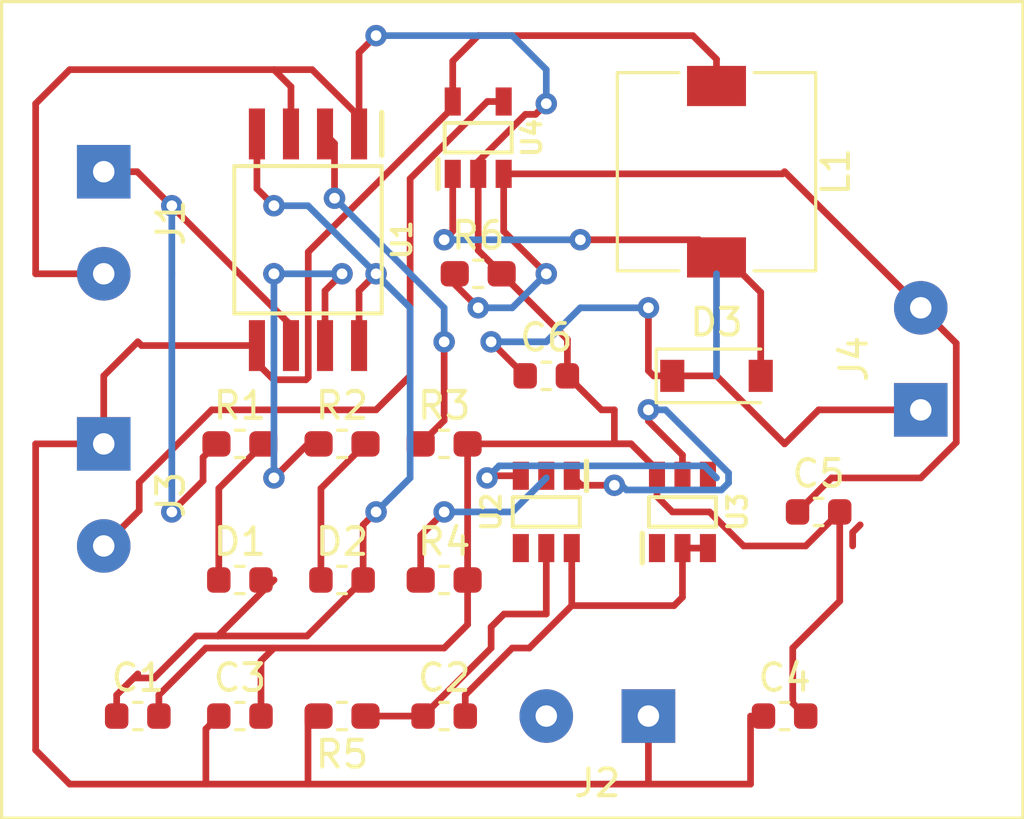
<source format=kicad_pcb>
(kicad_pcb (version 20171130) (host pcbnew "(5.1.2)-1")

  (general
    (thickness 1.6)
    (drawings 6)
    (tracks 229)
    (zones 0)
    (modules 24)
    (nets 20)
  )

  (page A4)
  (layers
    (0 F.Cu signal)
    (31 B.Cu signal)
    (32 B.Adhes user)
    (33 F.Adhes user)
    (34 B.Paste user)
    (35 F.Paste user)
    (36 B.SilkS user)
    (37 F.SilkS user)
    (38 B.Mask user)
    (39 F.Mask user)
    (40 Dwgs.User user)
    (41 Cmts.User user)
    (42 Eco1.User user)
    (43 Eco2.User user)
    (44 Edge.Cuts user)
    (45 Margin user)
    (46 B.CrtYd user)
    (47 F.CrtYd user)
    (48 B.Fab user)
    (49 F.Fab user)
  )

  (setup
    (last_trace_width 0.25)
    (trace_clearance 0.2)
    (zone_clearance 0.508)
    (zone_45_only no)
    (trace_min 0.2)
    (via_size 0.8)
    (via_drill 0.4)
    (via_min_size 0.4)
    (via_min_drill 0.3)
    (uvia_size 0.3)
    (uvia_drill 0.1)
    (uvias_allowed no)
    (uvia_min_size 0.2)
    (uvia_min_drill 0.1)
    (edge_width 0.05)
    (segment_width 0.2)
    (pcb_text_width 0.3)
    (pcb_text_size 1.5 1.5)
    (mod_edge_width 0.12)
    (mod_text_size 1 1)
    (mod_text_width 0.15)
    (pad_size 1.524 1.524)
    (pad_drill 0.762)
    (pad_to_mask_clearance 0.051)
    (solder_mask_min_width 0.25)
    (aux_axis_origin 0 0)
    (visible_elements FFFFFF7F)
    (pcbplotparams
      (layerselection 0x010fc_ffffffff)
      (usegerberextensions false)
      (usegerberattributes false)
      (usegerberadvancedattributes false)
      (creategerberjobfile false)
      (excludeedgelayer true)
      (linewidth 0.100000)
      (plotframeref false)
      (viasonmask false)
      (mode 1)
      (useauxorigin false)
      (hpglpennumber 1)
      (hpglpenspeed 20)
      (hpglpendiameter 15.000000)
      (psnegative false)
      (psa4output false)
      (plotreference true)
      (plotvalue true)
      (plotinvisibletext false)
      (padsonsilk false)
      (subtractmaskfromsilk false)
      (outputformat 1)
      (mirror false)
      (drillshape 1)
      (scaleselection 1)
      (outputdirectory ""))
  )

  (net 0 "")
  (net 1 "Net-(C1-Pad1)")
  (net 2 "Net-(C1-Pad2)")
  (net 3 "Net-(C2-Pad1)")
  (net 4 "Net-(C2-Pad2)")
  (net 5 "Net-(C3-Pad1)")
  (net 6 "Net-(C5-Pad1)")
  (net 7 "Net-(C6-Pad1)")
  (net 8 "Net-(D1-Pad1)")
  (net 9 "Net-(D2-Pad1)")
  (net 10 "Net-(D3-Pad2)")
  (net 11 "Net-(J1-Pad1)")
  (net 12 "Net-(J3-Pad2)")
  (net 13 "Net-(R2-Pad1)")
  (net 14 "Net-(R3-Pad1)")
  (net 15 "Net-(R4-Pad1)")
  (net 16 "Net-(U2-Pad4)")
  (net 17 "Net-(U2-Pad3)")
  (net 18 "Net-(U2-Pad1)")
  (net 19 "Net-(U3-Pad1)")

  (net_class Default "Ceci est la Netclass par défaut."
    (clearance 0.2)
    (trace_width 0.25)
    (via_dia 0.8)
    (via_drill 0.4)
    (uvia_dia 0.3)
    (uvia_drill 0.1)
    (add_net "Net-(C1-Pad1)")
    (add_net "Net-(C1-Pad2)")
    (add_net "Net-(C2-Pad1)")
    (add_net "Net-(C2-Pad2)")
    (add_net "Net-(C3-Pad1)")
    (add_net "Net-(C5-Pad1)")
    (add_net "Net-(C6-Pad1)")
    (add_net "Net-(D1-Pad1)")
    (add_net "Net-(D2-Pad1)")
    (add_net "Net-(D3-Pad2)")
    (add_net "Net-(J1-Pad1)")
    (add_net "Net-(J3-Pad2)")
    (add_net "Net-(R2-Pad1)")
    (add_net "Net-(R3-Pad1)")
    (add_net "Net-(R4-Pad1)")
    (add_net "Net-(U2-Pad1)")
    (add_net "Net-(U2-Pad3)")
    (add_net "Net-(U2-Pad4)")
    (add_net "Net-(U3-Pad1)")
  )

  (module Resistor_SMD:R_0603_1608Metric (layer F.Cu) (tedit 5B301BBD) (tstamp 5D2CE21F)
    (at 85.09 107.95)
    (descr "Resistor SMD 0603 (1608 Metric), square (rectangular) end terminal, IPC_7351 nominal, (Body size source: http://www.tortai-tech.com/upload/download/2011102023233369053.pdf), generated with kicad-footprint-generator")
    (tags resistor)
    (path /5D28C6F7)
    (attr smd)
    (fp_text reference C1 (at 0 -1.43) (layer F.SilkS)
      (effects (font (size 1 1) (thickness 0.15)))
    )
    (fp_text value 4µ7 (at 0 1.43) (layer F.Fab)
      (effects (font (size 1 1) (thickness 0.15)))
    )
    (fp_line (start -0.8 0.4) (end -0.8 -0.4) (layer F.Fab) (width 0.1))
    (fp_line (start -0.8 -0.4) (end 0.8 -0.4) (layer F.Fab) (width 0.1))
    (fp_line (start 0.8 -0.4) (end 0.8 0.4) (layer F.Fab) (width 0.1))
    (fp_line (start 0.8 0.4) (end -0.8 0.4) (layer F.Fab) (width 0.1))
    (fp_line (start -0.162779 -0.51) (end 0.162779 -0.51) (layer F.SilkS) (width 0.12))
    (fp_line (start -0.162779 0.51) (end 0.162779 0.51) (layer F.SilkS) (width 0.12))
    (fp_line (start -1.48 0.73) (end -1.48 -0.73) (layer F.CrtYd) (width 0.05))
    (fp_line (start -1.48 -0.73) (end 1.48 -0.73) (layer F.CrtYd) (width 0.05))
    (fp_line (start 1.48 -0.73) (end 1.48 0.73) (layer F.CrtYd) (width 0.05))
    (fp_line (start 1.48 0.73) (end -1.48 0.73) (layer F.CrtYd) (width 0.05))
    (fp_text user %R (at 0 0) (layer F.Fab)
      (effects (font (size 0.4 0.4) (thickness 0.06)))
    )
    (pad 1 smd roundrect (at -0.7875 0) (size 0.875 0.95) (layers F.Cu F.Paste F.Mask) (roundrect_rratio 0.25)
      (net 1 "Net-(C1-Pad1)"))
    (pad 2 smd roundrect (at 0.7875 0) (size 0.875 0.95) (layers F.Cu F.Paste F.Mask) (roundrect_rratio 0.25)
      (net 2 "Net-(C1-Pad2)"))
    (model ${KISYS3DMOD}/Resistor_SMD.3dshapes/R_0603_1608Metric.wrl
      (at (xyz 0 0 0))
      (scale (xyz 1 1 1))
      (rotate (xyz 0 0 0))
    )
  )

  (module Resistor_SMD:R_0603_1608Metric (layer F.Cu) (tedit 5B301BBD) (tstamp 5D2CE230)
    (at 96.52 107.95)
    (descr "Resistor SMD 0603 (1608 Metric), square (rectangular) end terminal, IPC_7351 nominal, (Body size source: http://www.tortai-tech.com/upload/download/2011102023233369053.pdf), generated with kicad-footprint-generator")
    (tags resistor)
    (path /5D297F62)
    (attr smd)
    (fp_text reference C2 (at 0 -1.43) (layer F.SilkS)
      (effects (font (size 1 1) (thickness 0.15)))
    )
    (fp_text value 0.1µF (at 0 1.43) (layer F.Fab)
      (effects (font (size 1 1) (thickness 0.15)))
    )
    (fp_line (start -0.8 0.4) (end -0.8 -0.4) (layer F.Fab) (width 0.1))
    (fp_line (start -0.8 -0.4) (end 0.8 -0.4) (layer F.Fab) (width 0.1))
    (fp_line (start 0.8 -0.4) (end 0.8 0.4) (layer F.Fab) (width 0.1))
    (fp_line (start 0.8 0.4) (end -0.8 0.4) (layer F.Fab) (width 0.1))
    (fp_line (start -0.162779 -0.51) (end 0.162779 -0.51) (layer F.SilkS) (width 0.12))
    (fp_line (start -0.162779 0.51) (end 0.162779 0.51) (layer F.SilkS) (width 0.12))
    (fp_line (start -1.48 0.73) (end -1.48 -0.73) (layer F.CrtYd) (width 0.05))
    (fp_line (start -1.48 -0.73) (end 1.48 -0.73) (layer F.CrtYd) (width 0.05))
    (fp_line (start 1.48 -0.73) (end 1.48 0.73) (layer F.CrtYd) (width 0.05))
    (fp_line (start 1.48 0.73) (end -1.48 0.73) (layer F.CrtYd) (width 0.05))
    (fp_text user %R (at 0 0) (layer F.Fab)
      (effects (font (size 0.4 0.4) (thickness 0.06)))
    )
    (pad 1 smd roundrect (at -0.7875 0) (size 0.875 0.95) (layers F.Cu F.Paste F.Mask) (roundrect_rratio 0.25)
      (net 3 "Net-(C2-Pad1)"))
    (pad 2 smd roundrect (at 0.7875 0) (size 0.875 0.95) (layers F.Cu F.Paste F.Mask) (roundrect_rratio 0.25)
      (net 4 "Net-(C2-Pad2)"))
    (model ${KISYS3DMOD}/Resistor_SMD.3dshapes/R_0603_1608Metric.wrl
      (at (xyz 0 0 0))
      (scale (xyz 1 1 1))
      (rotate (xyz 0 0 0))
    )
  )

  (module Resistor_SMD:R_0603_1608Metric (layer F.Cu) (tedit 5B301BBD) (tstamp 5D2CE241)
    (at 88.9 107.95)
    (descr "Resistor SMD 0603 (1608 Metric), square (rectangular) end terminal, IPC_7351 nominal, (Body size source: http://www.tortai-tech.com/upload/download/2011102023233369053.pdf), generated with kicad-footprint-generator")
    (tags resistor)
    (path /5D298874)
    (attr smd)
    (fp_text reference C3 (at 0 -1.43) (layer F.SilkS)
      (effects (font (size 1 1) (thickness 0.15)))
    )
    (fp_text value 10µF (at 0 1.43) (layer F.Fab)
      (effects (font (size 1 1) (thickness 0.15)))
    )
    (fp_text user %R (at 0 0) (layer F.Fab)
      (effects (font (size 0.4 0.4) (thickness 0.06)))
    )
    (fp_line (start 1.48 0.73) (end -1.48 0.73) (layer F.CrtYd) (width 0.05))
    (fp_line (start 1.48 -0.73) (end 1.48 0.73) (layer F.CrtYd) (width 0.05))
    (fp_line (start -1.48 -0.73) (end 1.48 -0.73) (layer F.CrtYd) (width 0.05))
    (fp_line (start -1.48 0.73) (end -1.48 -0.73) (layer F.CrtYd) (width 0.05))
    (fp_line (start -0.162779 0.51) (end 0.162779 0.51) (layer F.SilkS) (width 0.12))
    (fp_line (start -0.162779 -0.51) (end 0.162779 -0.51) (layer F.SilkS) (width 0.12))
    (fp_line (start 0.8 0.4) (end -0.8 0.4) (layer F.Fab) (width 0.1))
    (fp_line (start 0.8 -0.4) (end 0.8 0.4) (layer F.Fab) (width 0.1))
    (fp_line (start -0.8 -0.4) (end 0.8 -0.4) (layer F.Fab) (width 0.1))
    (fp_line (start -0.8 0.4) (end -0.8 -0.4) (layer F.Fab) (width 0.1))
    (pad 2 smd roundrect (at 0.7875 0) (size 0.875 0.95) (layers F.Cu F.Paste F.Mask) (roundrect_rratio 0.25)
      (net 2 "Net-(C1-Pad2)"))
    (pad 1 smd roundrect (at -0.7875 0) (size 0.875 0.95) (layers F.Cu F.Paste F.Mask) (roundrect_rratio 0.25)
      (net 5 "Net-(C3-Pad1)"))
    (model ${KISYS3DMOD}/Resistor_SMD.3dshapes/R_0603_1608Metric.wrl
      (at (xyz 0 0 0))
      (scale (xyz 1 1 1))
      (rotate (xyz 0 0 0))
    )
  )

  (module Resistor_SMD:R_0603_1608Metric (layer F.Cu) (tedit 5B301BBD) (tstamp 5D2CE252)
    (at 109.22 107.95)
    (descr "Resistor SMD 0603 (1608 Metric), square (rectangular) end terminal, IPC_7351 nominal, (Body size source: http://www.tortai-tech.com/upload/download/2011102023233369053.pdf), generated with kicad-footprint-generator")
    (tags resistor)
    (path /5D2D0FF7)
    (attr smd)
    (fp_text reference C4 (at 0 -1.43) (layer F.SilkS)
      (effects (font (size 1 1) (thickness 0.15)))
    )
    (fp_text value 4µ7F (at 0 1.43) (layer F.Fab)
      (effects (font (size 1 1) (thickness 0.15)))
    )
    (fp_text user %R (at 0 0) (layer F.Fab)
      (effects (font (size 0.4 0.4) (thickness 0.06)))
    )
    (fp_line (start 1.48 0.73) (end -1.48 0.73) (layer F.CrtYd) (width 0.05))
    (fp_line (start 1.48 -0.73) (end 1.48 0.73) (layer F.CrtYd) (width 0.05))
    (fp_line (start -1.48 -0.73) (end 1.48 -0.73) (layer F.CrtYd) (width 0.05))
    (fp_line (start -1.48 0.73) (end -1.48 -0.73) (layer F.CrtYd) (width 0.05))
    (fp_line (start -0.162779 0.51) (end 0.162779 0.51) (layer F.SilkS) (width 0.12))
    (fp_line (start -0.162779 -0.51) (end 0.162779 -0.51) (layer F.SilkS) (width 0.12))
    (fp_line (start 0.8 0.4) (end -0.8 0.4) (layer F.Fab) (width 0.1))
    (fp_line (start 0.8 -0.4) (end 0.8 0.4) (layer F.Fab) (width 0.1))
    (fp_line (start -0.8 -0.4) (end 0.8 -0.4) (layer F.Fab) (width 0.1))
    (fp_line (start -0.8 0.4) (end -0.8 -0.4) (layer F.Fab) (width 0.1))
    (pad 2 smd roundrect (at 0.7875 0) (size 0.875 0.95) (layers F.Cu F.Paste F.Mask) (roundrect_rratio 0.25)
      (net 2 "Net-(C1-Pad2)"))
    (pad 1 smd roundrect (at -0.7875 0) (size 0.875 0.95) (layers F.Cu F.Paste F.Mask) (roundrect_rratio 0.25)
      (net 5 "Net-(C3-Pad1)"))
    (model ${KISYS3DMOD}/Resistor_SMD.3dshapes/R_0603_1608Metric.wrl
      (at (xyz 0 0 0))
      (scale (xyz 1 1 1))
      (rotate (xyz 0 0 0))
    )
  )

  (module Resistor_SMD:R_0603_1608Metric (layer F.Cu) (tedit 5B301BBD) (tstamp 5D2CE263)
    (at 110.49 100.33)
    (descr "Resistor SMD 0603 (1608 Metric), square (rectangular) end terminal, IPC_7351 nominal, (Body size source: http://www.tortai-tech.com/upload/download/2011102023233369053.pdf), generated with kicad-footprint-generator")
    (tags resistor)
    (path /5D2D1DB2)
    (attr smd)
    (fp_text reference C5 (at 0 -1.43) (layer F.SilkS)
      (effects (font (size 1 1) (thickness 0.15)))
    )
    (fp_text value 1nF (at 0 1.43) (layer F.Fab)
      (effects (font (size 1 1) (thickness 0.15)))
    )
    (fp_line (start -0.8 0.4) (end -0.8 -0.4) (layer F.Fab) (width 0.1))
    (fp_line (start -0.8 -0.4) (end 0.8 -0.4) (layer F.Fab) (width 0.1))
    (fp_line (start 0.8 -0.4) (end 0.8 0.4) (layer F.Fab) (width 0.1))
    (fp_line (start 0.8 0.4) (end -0.8 0.4) (layer F.Fab) (width 0.1))
    (fp_line (start -0.162779 -0.51) (end 0.162779 -0.51) (layer F.SilkS) (width 0.12))
    (fp_line (start -0.162779 0.51) (end 0.162779 0.51) (layer F.SilkS) (width 0.12))
    (fp_line (start -1.48 0.73) (end -1.48 -0.73) (layer F.CrtYd) (width 0.05))
    (fp_line (start -1.48 -0.73) (end 1.48 -0.73) (layer F.CrtYd) (width 0.05))
    (fp_line (start 1.48 -0.73) (end 1.48 0.73) (layer F.CrtYd) (width 0.05))
    (fp_line (start 1.48 0.73) (end -1.48 0.73) (layer F.CrtYd) (width 0.05))
    (fp_text user %R (at 0 0) (layer F.Fab)
      (effects (font (size 0.4 0.4) (thickness 0.06)))
    )
    (pad 1 smd roundrect (at -0.7875 0) (size 0.875 0.95) (layers F.Cu F.Paste F.Mask) (roundrect_rratio 0.25)
      (net 6 "Net-(C5-Pad1)"))
    (pad 2 smd roundrect (at 0.7875 0) (size 0.875 0.95) (layers F.Cu F.Paste F.Mask) (roundrect_rratio 0.25)
      (net 2 "Net-(C1-Pad2)"))
    (model ${KISYS3DMOD}/Resistor_SMD.3dshapes/R_0603_1608Metric.wrl
      (at (xyz 0 0 0))
      (scale (xyz 1 1 1))
      (rotate (xyz 0 0 0))
    )
  )

  (module Resistor_SMD:R_0603_1608Metric (layer F.Cu) (tedit 5B301BBD) (tstamp 5D2CE274)
    (at 100.33 95.25)
    (descr "Resistor SMD 0603 (1608 Metric), square (rectangular) end terminal, IPC_7351 nominal, (Body size source: http://www.tortai-tech.com/upload/download/2011102023233369053.pdf), generated with kicad-footprint-generator")
    (tags resistor)
    (path /5D2D2A0C)
    (attr smd)
    (fp_text reference C6 (at 0 -1.43) (layer F.SilkS)
      (effects (font (size 1 1) (thickness 0.15)))
    )
    (fp_text value 1µF (at 0 1.43) (layer F.Fab)
      (effects (font (size 1 1) (thickness 0.15)))
    )
    (fp_text user %R (at 0 0) (layer F.Fab)
      (effects (font (size 0.4 0.4) (thickness 0.06)))
    )
    (fp_line (start 1.48 0.73) (end -1.48 0.73) (layer F.CrtYd) (width 0.05))
    (fp_line (start 1.48 -0.73) (end 1.48 0.73) (layer F.CrtYd) (width 0.05))
    (fp_line (start -1.48 -0.73) (end 1.48 -0.73) (layer F.CrtYd) (width 0.05))
    (fp_line (start -1.48 0.73) (end -1.48 -0.73) (layer F.CrtYd) (width 0.05))
    (fp_line (start -0.162779 0.51) (end 0.162779 0.51) (layer F.SilkS) (width 0.12))
    (fp_line (start -0.162779 -0.51) (end 0.162779 -0.51) (layer F.SilkS) (width 0.12))
    (fp_line (start 0.8 0.4) (end -0.8 0.4) (layer F.Fab) (width 0.1))
    (fp_line (start 0.8 -0.4) (end 0.8 0.4) (layer F.Fab) (width 0.1))
    (fp_line (start -0.8 -0.4) (end 0.8 -0.4) (layer F.Fab) (width 0.1))
    (fp_line (start -0.8 0.4) (end -0.8 -0.4) (layer F.Fab) (width 0.1))
    (pad 2 smd roundrect (at 0.7875 0) (size 0.875 0.95) (layers F.Cu F.Paste F.Mask) (roundrect_rratio 0.25)
      (net 2 "Net-(C1-Pad2)"))
    (pad 1 smd roundrect (at -0.7875 0) (size 0.875 0.95) (layers F.Cu F.Paste F.Mask) (roundrect_rratio 0.25)
      (net 7 "Net-(C6-Pad1)"))
    (model ${KISYS3DMOD}/Resistor_SMD.3dshapes/R_0603_1608Metric.wrl
      (at (xyz 0 0 0))
      (scale (xyz 1 1 1))
      (rotate (xyz 0 0 0))
    )
  )

  (module Resistor_SMD:R_0603_1608Metric (layer F.Cu) (tedit 5B301BBD) (tstamp 5D2CE285)
    (at 88.9 102.87)
    (descr "Resistor SMD 0603 (1608 Metric), square (rectangular) end terminal, IPC_7351 nominal, (Body size source: http://www.tortai-tech.com/upload/download/2011102023233369053.pdf), generated with kicad-footprint-generator")
    (tags resistor)
    (path /5D289BBE)
    (attr smd)
    (fp_text reference D1 (at 0 -1.43) (layer F.SilkS)
      (effects (font (size 1 1) (thickness 0.15)))
    )
    (fp_text value D (at 0 1.43) (layer F.Fab)
      (effects (font (size 1 1) (thickness 0.15)))
    )
    (fp_line (start -0.8 0.4) (end -0.8 -0.4) (layer F.Fab) (width 0.1))
    (fp_line (start -0.8 -0.4) (end 0.8 -0.4) (layer F.Fab) (width 0.1))
    (fp_line (start 0.8 -0.4) (end 0.8 0.4) (layer F.Fab) (width 0.1))
    (fp_line (start 0.8 0.4) (end -0.8 0.4) (layer F.Fab) (width 0.1))
    (fp_line (start -0.162779 -0.51) (end 0.162779 -0.51) (layer F.SilkS) (width 0.12))
    (fp_line (start -0.162779 0.51) (end 0.162779 0.51) (layer F.SilkS) (width 0.12))
    (fp_line (start -1.48 0.73) (end -1.48 -0.73) (layer F.CrtYd) (width 0.05))
    (fp_line (start -1.48 -0.73) (end 1.48 -0.73) (layer F.CrtYd) (width 0.05))
    (fp_line (start 1.48 -0.73) (end 1.48 0.73) (layer F.CrtYd) (width 0.05))
    (fp_line (start 1.48 0.73) (end -1.48 0.73) (layer F.CrtYd) (width 0.05))
    (fp_text user %R (at 0 0) (layer F.Fab)
      (effects (font (size 0.4 0.4) (thickness 0.06)))
    )
    (pad 1 smd roundrect (at -0.7875 0) (size 0.875 0.95) (layers F.Cu F.Paste F.Mask) (roundrect_rratio 0.25)
      (net 8 "Net-(D1-Pad1)"))
    (pad 2 smd roundrect (at 0.7875 0) (size 0.875 0.95) (layers F.Cu F.Paste F.Mask) (roundrect_rratio 0.25)
      (net 1 "Net-(C1-Pad1)"))
    (model ${KISYS3DMOD}/Resistor_SMD.3dshapes/R_0603_1608Metric.wrl
      (at (xyz 0 0 0))
      (scale (xyz 1 1 1))
      (rotate (xyz 0 0 0))
    )
  )

  (module Resistor_SMD:R_0603_1608Metric (layer F.Cu) (tedit 5B301BBD) (tstamp 5D2CE296)
    (at 92.71 102.87)
    (descr "Resistor SMD 0603 (1608 Metric), square (rectangular) end terminal, IPC_7351 nominal, (Body size source: http://www.tortai-tech.com/upload/download/2011102023233369053.pdf), generated with kicad-footprint-generator")
    (tags resistor)
    (path /5D28A667)
    (attr smd)
    (fp_text reference D2 (at 0 -1.43) (layer F.SilkS)
      (effects (font (size 1 1) (thickness 0.15)))
    )
    (fp_text value D (at 0 1.43) (layer F.Fab)
      (effects (font (size 1 1) (thickness 0.15)))
    )
    (fp_text user %R (at 0 0) (layer F.Fab)
      (effects (font (size 0.4 0.4) (thickness 0.06)))
    )
    (fp_line (start 1.48 0.73) (end -1.48 0.73) (layer F.CrtYd) (width 0.05))
    (fp_line (start 1.48 -0.73) (end 1.48 0.73) (layer F.CrtYd) (width 0.05))
    (fp_line (start -1.48 -0.73) (end 1.48 -0.73) (layer F.CrtYd) (width 0.05))
    (fp_line (start -1.48 0.73) (end -1.48 -0.73) (layer F.CrtYd) (width 0.05))
    (fp_line (start -0.162779 0.51) (end 0.162779 0.51) (layer F.SilkS) (width 0.12))
    (fp_line (start -0.162779 -0.51) (end 0.162779 -0.51) (layer F.SilkS) (width 0.12))
    (fp_line (start 0.8 0.4) (end -0.8 0.4) (layer F.Fab) (width 0.1))
    (fp_line (start 0.8 -0.4) (end 0.8 0.4) (layer F.Fab) (width 0.1))
    (fp_line (start -0.8 -0.4) (end 0.8 -0.4) (layer F.Fab) (width 0.1))
    (fp_line (start -0.8 0.4) (end -0.8 -0.4) (layer F.Fab) (width 0.1))
    (pad 2 smd roundrect (at 0.7875 0) (size 0.875 0.95) (layers F.Cu F.Paste F.Mask) (roundrect_rratio 0.25)
      (net 1 "Net-(C1-Pad1)"))
    (pad 1 smd roundrect (at -0.7875 0) (size 0.875 0.95) (layers F.Cu F.Paste F.Mask) (roundrect_rratio 0.25)
      (net 9 "Net-(D2-Pad1)"))
    (model ${KISYS3DMOD}/Resistor_SMD.3dshapes/R_0603_1608Metric.wrl
      (at (xyz 0 0 0))
      (scale (xyz 1 1 1))
      (rotate (xyz 0 0 0))
    )
  )

  (module Diode_SMD:D_SOD-123 (layer F.Cu) (tedit 58645DC7) (tstamp 5D2CE2AF)
    (at 106.68 95.25)
    (descr SOD-123)
    (tags SOD-123)
    (path /5D2FE6AC)
    (attr smd)
    (fp_text reference D3 (at 0 -2) (layer F.SilkS)
      (effects (font (size 1 1) (thickness 0.15)))
    )
    (fp_text value MBR0540 (at 0 2.1) (layer F.Fab)
      (effects (font (size 1 1) (thickness 0.15)))
    )
    (fp_text user %R (at 0 -2) (layer F.Fab)
      (effects (font (size 1 1) (thickness 0.15)))
    )
    (fp_line (start -2.25 -1) (end -2.25 1) (layer F.SilkS) (width 0.12))
    (fp_line (start 0.25 0) (end 0.75 0) (layer F.Fab) (width 0.1))
    (fp_line (start 0.25 0.4) (end -0.35 0) (layer F.Fab) (width 0.1))
    (fp_line (start 0.25 -0.4) (end 0.25 0.4) (layer F.Fab) (width 0.1))
    (fp_line (start -0.35 0) (end 0.25 -0.4) (layer F.Fab) (width 0.1))
    (fp_line (start -0.35 0) (end -0.35 0.55) (layer F.Fab) (width 0.1))
    (fp_line (start -0.35 0) (end -0.35 -0.55) (layer F.Fab) (width 0.1))
    (fp_line (start -0.75 0) (end -0.35 0) (layer F.Fab) (width 0.1))
    (fp_line (start -1.4 0.9) (end -1.4 -0.9) (layer F.Fab) (width 0.1))
    (fp_line (start 1.4 0.9) (end -1.4 0.9) (layer F.Fab) (width 0.1))
    (fp_line (start 1.4 -0.9) (end 1.4 0.9) (layer F.Fab) (width 0.1))
    (fp_line (start -1.4 -0.9) (end 1.4 -0.9) (layer F.Fab) (width 0.1))
    (fp_line (start -2.35 -1.15) (end 2.35 -1.15) (layer F.CrtYd) (width 0.05))
    (fp_line (start 2.35 -1.15) (end 2.35 1.15) (layer F.CrtYd) (width 0.05))
    (fp_line (start 2.35 1.15) (end -2.35 1.15) (layer F.CrtYd) (width 0.05))
    (fp_line (start -2.35 -1.15) (end -2.35 1.15) (layer F.CrtYd) (width 0.05))
    (fp_line (start -2.25 1) (end 1.65 1) (layer F.SilkS) (width 0.12))
    (fp_line (start -2.25 -1) (end 1.65 -1) (layer F.SilkS) (width 0.12))
    (pad 1 smd rect (at -1.65 0) (size 0.9 1.2) (layers F.Cu F.Paste F.Mask)
      (net 7 "Net-(C6-Pad1)"))
    (pad 2 smd rect (at 1.65 0) (size 0.9 1.2) (layers F.Cu F.Paste F.Mask)
      (net 10 "Net-(D3-Pad2)"))
    (model ${KISYS3DMOD}/Diode_SMD.3dshapes/D_SOD-123.wrl
      (at (xyz 0 0 0))
      (scale (xyz 1 1 1))
      (rotate (xyz 0 0 0))
    )
  )

  (module Connector_Wire:SolderWirePad_1x02_P3.81mm_Drill0.8mm (layer F.Cu) (tedit 5AEE54BF) (tstamp 5D2DBEDC)
    (at 83.82 87.63 270)
    (descr "Wire solder connection")
    (tags connector)
    (path /5D2AF7DB)
    (attr virtual)
    (fp_text reference J1 (at 1.905 -2.5 90) (layer F.SilkS)
      (effects (font (size 1 1) (thickness 0.15)))
    )
    (fp_text value Conn_01x02 (at 1.905 2.54 90) (layer F.Fab)
      (effects (font (size 1 1) (thickness 0.15)))
    )
    (fp_line (start 5.31 1.5) (end -1.49 1.5) (layer F.CrtYd) (width 0.05))
    (fp_line (start 5.31 1.5) (end 5.31 -1.5) (layer F.CrtYd) (width 0.05))
    (fp_line (start -1.49 -1.5) (end -1.49 1.5) (layer F.CrtYd) (width 0.05))
    (fp_line (start -1.49 -1.5) (end 5.31 -1.5) (layer F.CrtYd) (width 0.05))
    (fp_text user %R (at 1.905 0 90) (layer F.Fab)
      (effects (font (size 1 1) (thickness 0.15)))
    )
    (pad 2 thru_hole circle (at 3.81 0 270) (size 1.99898 1.99898) (drill 0.8001) (layers *.Cu *.Mask)
      (net 2 "Net-(C1-Pad2)"))
    (pad 1 thru_hole rect (at 0 0 270) (size 1.99898 1.99898) (drill 0.8001) (layers *.Cu *.Mask)
      (net 11 "Net-(J1-Pad1)"))
  )

  (module Connector_Wire:SolderWirePad_1x02_P3.81mm_Drill0.8mm (layer F.Cu) (tedit 5AEE54BF) (tstamp 5D2DCA76)
    (at 104.14 107.95 180)
    (descr "Wire solder connection")
    (tags connector)
    (path /5D2BBC2A)
    (attr virtual)
    (fp_text reference J2 (at 1.905 -2.5) (layer F.SilkS)
      (effects (font (size 1 1) (thickness 0.15)))
    )
    (fp_text value Conn_01x02 (at 1.905 2.54) (layer F.Fab)
      (effects (font (size 1 1) (thickness 0.15)))
    )
    (fp_line (start 5.31 1.5) (end -1.49 1.5) (layer F.CrtYd) (width 0.05))
    (fp_line (start 5.31 1.5) (end 5.31 -1.5) (layer F.CrtYd) (width 0.05))
    (fp_line (start -1.49 -1.5) (end -1.49 1.5) (layer F.CrtYd) (width 0.05))
    (fp_line (start -1.49 -1.5) (end 5.31 -1.5) (layer F.CrtYd) (width 0.05))
    (fp_text user %R (at 1.905 0) (layer F.Fab)
      (effects (font (size 1 1) (thickness 0.15)))
    )
    (pad 2 thru_hole circle (at 3.81 0 180) (size 1.99898 1.99898) (drill 0.8001) (layers *.Cu *.Mask)
      (net 4 "Net-(C2-Pad2)"))
    (pad 1 thru_hole rect (at 0 0 180) (size 1.99898 1.99898) (drill 0.8001) (layers *.Cu *.Mask)
      (net 5 "Net-(C3-Pad1)"))
  )

  (module Connector_Wire:SolderWirePad_1x02_P3.81mm_Drill0.8mm (layer F.Cu) (tedit 5AEE54BF) (tstamp 5D2DDF7B)
    (at 83.82 97.79 270)
    (descr "Wire solder connection")
    (tags connector)
    (path /5D2BA606)
    (attr virtual)
    (fp_text reference J3 (at 1.905 -2.5 90) (layer F.SilkS)
      (effects (font (size 1 1) (thickness 0.15)))
    )
    (fp_text value Conn_01x02 (at 1.905 2.54 90) (layer F.Fab)
      (effects (font (size 1 1) (thickness 0.15)))
    )
    (fp_text user %R (at 1.905 0 90) (layer F.Fab)
      (effects (font (size 1 1) (thickness 0.15)))
    )
    (fp_line (start -1.49 -1.5) (end 5.31 -1.5) (layer F.CrtYd) (width 0.05))
    (fp_line (start -1.49 -1.5) (end -1.49 1.5) (layer F.CrtYd) (width 0.05))
    (fp_line (start 5.31 1.5) (end 5.31 -1.5) (layer F.CrtYd) (width 0.05))
    (fp_line (start 5.31 1.5) (end -1.49 1.5) (layer F.CrtYd) (width 0.05))
    (pad 1 thru_hole rect (at 0 0 270) (size 1.99898 1.99898) (drill 0.8001) (layers *.Cu *.Mask)
      (net 5 "Net-(C3-Pad1)"))
    (pad 2 thru_hole circle (at 3.81 0 270) (size 1.99898 1.99898) (drill 0.8001) (layers *.Cu *.Mask)
      (net 12 "Net-(J3-Pad2)"))
  )

  (module Connector_Wire:SolderWirePad_1x02_P3.81mm_Drill0.8mm (layer F.Cu) (tedit 5AEE54BF) (tstamp 5D2CE2DB)
    (at 114.3 96.52 90)
    (descr "Wire solder connection")
    (tags connector)
    (path /5D302593)
    (attr virtual)
    (fp_text reference J4 (at 1.905 -2.5 90) (layer F.SilkS)
      (effects (font (size 1 1) (thickness 0.15)))
    )
    (fp_text value Conn_01x02 (at 1.905 2.54 90) (layer F.Fab)
      (effects (font (size 1 1) (thickness 0.15)))
    )
    (fp_text user %R (at 1.905 0 90) (layer F.Fab)
      (effects (font (size 1 1) (thickness 0.15)))
    )
    (fp_line (start -1.49 -1.5) (end 5.31 -1.5) (layer F.CrtYd) (width 0.05))
    (fp_line (start -1.49 -1.5) (end -1.49 1.5) (layer F.CrtYd) (width 0.05))
    (fp_line (start 5.31 1.5) (end 5.31 -1.5) (layer F.CrtYd) (width 0.05))
    (fp_line (start 5.31 1.5) (end -1.49 1.5) (layer F.CrtYd) (width 0.05))
    (pad 1 thru_hole rect (at 0 0 90) (size 1.99898 1.99898) (drill 0.8001) (layers *.Cu *.Mask)
      (net 7 "Net-(C6-Pad1)"))
    (pad 2 thru_hole circle (at 3.81 0 90) (size 1.99898 1.99898) (drill 0.8001) (layers *.Cu *.Mask)
      (net 6 "Net-(C5-Pad1)"))
  )

  (module Inductor_SMD:L_7.3x7.3_H4.5 (layer F.Cu) (tedit 5990349C) (tstamp 5D2CE2F4)
    (at 106.68 87.63 270)
    (descr "Choke, SMD, 7.3x7.3mm 4.5mm height")
    (tags "Choke SMD")
    (path /5D2D9458)
    (attr smd)
    (fp_text reference L1 (at 0 -4.45 90) (layer F.SilkS)
      (effects (font (size 1 1) (thickness 0.15)))
    )
    (fp_text value 4µH (at 0 4.45 90) (layer F.Fab)
      (effects (font (size 1 1) (thickness 0.15)))
    )
    (fp_text user %R (at 0 0 90) (layer F.Fab)
      (effects (font (size 1 1) (thickness 0.15)))
    )
    (fp_line (start 3.7 1.4) (end 3.7 3.7) (layer F.SilkS) (width 0.12))
    (fp_line (start 3.7 3.7) (end -3.7 3.7) (layer F.SilkS) (width 0.12))
    (fp_line (start -3.7 3.7) (end -3.7 1.4) (layer F.SilkS) (width 0.12))
    (fp_line (start -3.7 -1.4) (end -3.7 -3.7) (layer F.SilkS) (width 0.12))
    (fp_line (start -3.7 -3.7) (end 3.7 -3.7) (layer F.SilkS) (width 0.12))
    (fp_line (start 3.7 -3.7) (end 3.7 -1.4) (layer F.SilkS) (width 0.12))
    (fp_line (start -4.2 -3.9) (end -4.2 3.9) (layer F.CrtYd) (width 0.05))
    (fp_line (start -4.2 3.9) (end 4.2 3.9) (layer F.CrtYd) (width 0.05))
    (fp_line (start 4.2 3.9) (end 4.2 -3.9) (layer F.CrtYd) (width 0.05))
    (fp_line (start 4.2 -3.9) (end -4.2 -3.9) (layer F.CrtYd) (width 0.05))
    (fp_line (start 3.65 3.65) (end 3.65 1.4) (layer F.Fab) (width 0.1))
    (fp_line (start 3.65 -3.65) (end 3.65 -1.4) (layer F.Fab) (width 0.1))
    (fp_line (start -3.65 3.65) (end -3.65 1.4) (layer F.Fab) (width 0.1))
    (fp_line (start -3.65 -3.65) (end -3.65 -1.4) (layer F.Fab) (width 0.1))
    (fp_line (start 3.65 3.65) (end -3.65 3.65) (layer F.Fab) (width 0.1))
    (fp_line (start -3.65 -3.65) (end 3.65 -3.65) (layer F.Fab) (width 0.1))
    (fp_arc (start 0 0) (end 2.29 2.29) (angle 90) (layer F.Fab) (width 0.1))
    (fp_arc (start 0 0) (end -2.29 -2.29) (angle 90) (layer F.Fab) (width 0.1))
    (pad 1 smd rect (at -3.2 0 270) (size 1.5 2.2) (layers F.Cu F.Paste F.Mask)
      (net 5 "Net-(C3-Pad1)"))
    (pad 2 smd rect (at 3.2 0 270) (size 1.5 2.2) (layers F.Cu F.Paste F.Mask)
      (net 10 "Net-(D3-Pad2)"))
    (model ${KISYS3DMOD}/Inductor_SMD.3dshapes/L_7.3x7.3_H4.5.wrl
      (at (xyz 0 0 0))
      (scale (xyz 1 1 1))
      (rotate (xyz 0 0 0))
    )
  )

  (module Resistor_SMD:R_0603_1608Metric_Pad1.05x0.95mm_HandSolder (layer F.Cu) (tedit 5B301BBD) (tstamp 5D2CE305)
    (at 88.9 97.79)
    (descr "Resistor SMD 0603 (1608 Metric), square (rectangular) end terminal, IPC_7351 nominal with elongated pad for handsoldering. (Body size source: http://www.tortai-tech.com/upload/download/2011102023233369053.pdf), generated with kicad-footprint-generator")
    (tags "resistor handsolder")
    (path /5D289203)
    (attr smd)
    (fp_text reference R1 (at 0 -1.43) (layer F.SilkS)
      (effects (font (size 1 1) (thickness 0.15)))
    )
    (fp_text value 1K (at 0 1.43) (layer F.Fab)
      (effects (font (size 1 1) (thickness 0.15)))
    )
    (fp_text user %R (at 0 0) (layer F.Fab)
      (effects (font (size 0.4 0.4) (thickness 0.06)))
    )
    (fp_line (start 1.65 0.73) (end -1.65 0.73) (layer F.CrtYd) (width 0.05))
    (fp_line (start 1.65 -0.73) (end 1.65 0.73) (layer F.CrtYd) (width 0.05))
    (fp_line (start -1.65 -0.73) (end 1.65 -0.73) (layer F.CrtYd) (width 0.05))
    (fp_line (start -1.65 0.73) (end -1.65 -0.73) (layer F.CrtYd) (width 0.05))
    (fp_line (start -0.171267 0.51) (end 0.171267 0.51) (layer F.SilkS) (width 0.12))
    (fp_line (start -0.171267 -0.51) (end 0.171267 -0.51) (layer F.SilkS) (width 0.12))
    (fp_line (start 0.8 0.4) (end -0.8 0.4) (layer F.Fab) (width 0.1))
    (fp_line (start 0.8 -0.4) (end 0.8 0.4) (layer F.Fab) (width 0.1))
    (fp_line (start -0.8 -0.4) (end 0.8 -0.4) (layer F.Fab) (width 0.1))
    (fp_line (start -0.8 0.4) (end -0.8 -0.4) (layer F.Fab) (width 0.1))
    (pad 2 smd roundrect (at 0.875 0) (size 1.05 0.95) (layers F.Cu F.Paste F.Mask) (roundrect_rratio 0.25)
      (net 8 "Net-(D1-Pad1)"))
    (pad 1 smd roundrect (at -0.875 0) (size 1.05 0.95) (layers F.Cu F.Paste F.Mask) (roundrect_rratio 0.25)
      (net 11 "Net-(J1-Pad1)"))
    (model ${KISYS3DMOD}/Resistor_SMD.3dshapes/R_0603_1608Metric.wrl
      (at (xyz 0 0 0))
      (scale (xyz 1 1 1))
      (rotate (xyz 0 0 0))
    )
  )

  (module Resistor_SMD:R_0603_1608Metric_Pad1.05x0.95mm_HandSolder (layer F.Cu) (tedit 5B301BBD) (tstamp 5D2CE316)
    (at 92.71 97.79)
    (descr "Resistor SMD 0603 (1608 Metric), square (rectangular) end terminal, IPC_7351 nominal with elongated pad for handsoldering. (Body size source: http://www.tortai-tech.com/upload/download/2011102023233369053.pdf), generated with kicad-footprint-generator")
    (tags "resistor handsolder")
    (path /5D289A47)
    (attr smd)
    (fp_text reference R2 (at 0 -1.43) (layer F.SilkS)
      (effects (font (size 1 1) (thickness 0.15)))
    )
    (fp_text value 1K (at 0 1.43) (layer F.Fab)
      (effects (font (size 1 1) (thickness 0.15)))
    )
    (fp_line (start -0.8 0.4) (end -0.8 -0.4) (layer F.Fab) (width 0.1))
    (fp_line (start -0.8 -0.4) (end 0.8 -0.4) (layer F.Fab) (width 0.1))
    (fp_line (start 0.8 -0.4) (end 0.8 0.4) (layer F.Fab) (width 0.1))
    (fp_line (start 0.8 0.4) (end -0.8 0.4) (layer F.Fab) (width 0.1))
    (fp_line (start -0.171267 -0.51) (end 0.171267 -0.51) (layer F.SilkS) (width 0.12))
    (fp_line (start -0.171267 0.51) (end 0.171267 0.51) (layer F.SilkS) (width 0.12))
    (fp_line (start -1.65 0.73) (end -1.65 -0.73) (layer F.CrtYd) (width 0.05))
    (fp_line (start -1.65 -0.73) (end 1.65 -0.73) (layer F.CrtYd) (width 0.05))
    (fp_line (start 1.65 -0.73) (end 1.65 0.73) (layer F.CrtYd) (width 0.05))
    (fp_line (start 1.65 0.73) (end -1.65 0.73) (layer F.CrtYd) (width 0.05))
    (fp_text user %R (at 0 0) (layer F.Fab)
      (effects (font (size 0.4 0.4) (thickness 0.06)))
    )
    (pad 1 smd roundrect (at -0.875 0) (size 1.05 0.95) (layers F.Cu F.Paste F.Mask) (roundrect_rratio 0.25)
      (net 13 "Net-(R2-Pad1)"))
    (pad 2 smd roundrect (at 0.875 0) (size 1.05 0.95) (layers F.Cu F.Paste F.Mask) (roundrect_rratio 0.25)
      (net 9 "Net-(D2-Pad1)"))
    (model ${KISYS3DMOD}/Resistor_SMD.3dshapes/R_0603_1608Metric.wrl
      (at (xyz 0 0 0))
      (scale (xyz 1 1 1))
      (rotate (xyz 0 0 0))
    )
  )

  (module Resistor_SMD:R_0603_1608Metric_Pad1.05x0.95mm_HandSolder (layer F.Cu) (tedit 5B301BBD) (tstamp 5D2CE327)
    (at 96.52 97.79)
    (descr "Resistor SMD 0603 (1608 Metric), square (rectangular) end terminal, IPC_7351 nominal with elongated pad for handsoldering. (Body size source: http://www.tortai-tech.com/upload/download/2011102023233369053.pdf), generated with kicad-footprint-generator")
    (tags "resistor handsolder")
    (path /5D295603)
    (attr smd)
    (fp_text reference R3 (at 0 -1.43) (layer F.SilkS)
      (effects (font (size 1 1) (thickness 0.15)))
    )
    (fp_text value 1.2K (at 0 1.43) (layer F.Fab)
      (effects (font (size 1 1) (thickness 0.15)))
    )
    (fp_text user %R (at 0 0) (layer F.Fab)
      (effects (font (size 0.4 0.4) (thickness 0.06)))
    )
    (fp_line (start 1.65 0.73) (end -1.65 0.73) (layer F.CrtYd) (width 0.05))
    (fp_line (start 1.65 -0.73) (end 1.65 0.73) (layer F.CrtYd) (width 0.05))
    (fp_line (start -1.65 -0.73) (end 1.65 -0.73) (layer F.CrtYd) (width 0.05))
    (fp_line (start -1.65 0.73) (end -1.65 -0.73) (layer F.CrtYd) (width 0.05))
    (fp_line (start -0.171267 0.51) (end 0.171267 0.51) (layer F.SilkS) (width 0.12))
    (fp_line (start -0.171267 -0.51) (end 0.171267 -0.51) (layer F.SilkS) (width 0.12))
    (fp_line (start 0.8 0.4) (end -0.8 0.4) (layer F.Fab) (width 0.1))
    (fp_line (start 0.8 -0.4) (end 0.8 0.4) (layer F.Fab) (width 0.1))
    (fp_line (start -0.8 -0.4) (end 0.8 -0.4) (layer F.Fab) (width 0.1))
    (fp_line (start -0.8 0.4) (end -0.8 -0.4) (layer F.Fab) (width 0.1))
    (pad 2 smd roundrect (at 0.875 0) (size 1.05 0.95) (layers F.Cu F.Paste F.Mask) (roundrect_rratio 0.25)
      (net 2 "Net-(C1-Pad2)"))
    (pad 1 smd roundrect (at -0.875 0) (size 1.05 0.95) (layers F.Cu F.Paste F.Mask) (roundrect_rratio 0.25)
      (net 14 "Net-(R3-Pad1)"))
    (model ${KISYS3DMOD}/Resistor_SMD.3dshapes/R_0603_1608Metric.wrl
      (at (xyz 0 0 0))
      (scale (xyz 1 1 1))
      (rotate (xyz 0 0 0))
    )
  )

  (module Resistor_SMD:R_0603_1608Metric_Pad1.05x0.95mm_HandSolder (layer F.Cu) (tedit 5B301BBD) (tstamp 5D2CE338)
    (at 96.52 102.87)
    (descr "Resistor SMD 0603 (1608 Metric), square (rectangular) end terminal, IPC_7351 nominal with elongated pad for handsoldering. (Body size source: http://www.tortai-tech.com/upload/download/2011102023233369053.pdf), generated with kicad-footprint-generator")
    (tags "resistor handsolder")
    (path /5D295FB1)
    (attr smd)
    (fp_text reference R4 (at 0 -1.43) (layer F.SilkS)
      (effects (font (size 1 1) (thickness 0.15)))
    )
    (fp_text value 1K (at 0 1.43) (layer F.Fab)
      (effects (font (size 1 1) (thickness 0.15)))
    )
    (fp_line (start -0.8 0.4) (end -0.8 -0.4) (layer F.Fab) (width 0.1))
    (fp_line (start -0.8 -0.4) (end 0.8 -0.4) (layer F.Fab) (width 0.1))
    (fp_line (start 0.8 -0.4) (end 0.8 0.4) (layer F.Fab) (width 0.1))
    (fp_line (start 0.8 0.4) (end -0.8 0.4) (layer F.Fab) (width 0.1))
    (fp_line (start -0.171267 -0.51) (end 0.171267 -0.51) (layer F.SilkS) (width 0.12))
    (fp_line (start -0.171267 0.51) (end 0.171267 0.51) (layer F.SilkS) (width 0.12))
    (fp_line (start -1.65 0.73) (end -1.65 -0.73) (layer F.CrtYd) (width 0.05))
    (fp_line (start -1.65 -0.73) (end 1.65 -0.73) (layer F.CrtYd) (width 0.05))
    (fp_line (start 1.65 -0.73) (end 1.65 0.73) (layer F.CrtYd) (width 0.05))
    (fp_line (start 1.65 0.73) (end -1.65 0.73) (layer F.CrtYd) (width 0.05))
    (fp_text user %R (at 0 0) (layer F.Fab)
      (effects (font (size 0.4 0.4) (thickness 0.06)))
    )
    (pad 1 smd roundrect (at -0.875 0) (size 1.05 0.95) (layers F.Cu F.Paste F.Mask) (roundrect_rratio 0.25)
      (net 15 "Net-(R4-Pad1)"))
    (pad 2 smd roundrect (at 0.875 0) (size 1.05 0.95) (layers F.Cu F.Paste F.Mask) (roundrect_rratio 0.25)
      (net 2 "Net-(C1-Pad2)"))
    (model ${KISYS3DMOD}/Resistor_SMD.3dshapes/R_0603_1608Metric.wrl
      (at (xyz 0 0 0))
      (scale (xyz 1 1 1))
      (rotate (xyz 0 0 0))
    )
  )

  (module Resistor_SMD:R_0603_1608Metric_Pad1.05x0.95mm_HandSolder (layer F.Cu) (tedit 5B301BBD) (tstamp 5D2CE349)
    (at 92.71 107.95 180)
    (descr "Resistor SMD 0603 (1608 Metric), square (rectangular) end terminal, IPC_7351 nominal with elongated pad for handsoldering. (Body size source: http://www.tortai-tech.com/upload/download/2011102023233369053.pdf), generated with kicad-footprint-generator")
    (tags "resistor handsolder")
    (path /5D296B97)
    (attr smd)
    (fp_text reference R5 (at 0 -1.43) (layer F.SilkS)
      (effects (font (size 1 1) (thickness 0.15)))
    )
    (fp_text value 100 (at 0 1.43) (layer F.Fab)
      (effects (font (size 1 1) (thickness 0.15)))
    )
    (fp_line (start -0.8 0.4) (end -0.8 -0.4) (layer F.Fab) (width 0.1))
    (fp_line (start -0.8 -0.4) (end 0.8 -0.4) (layer F.Fab) (width 0.1))
    (fp_line (start 0.8 -0.4) (end 0.8 0.4) (layer F.Fab) (width 0.1))
    (fp_line (start 0.8 0.4) (end -0.8 0.4) (layer F.Fab) (width 0.1))
    (fp_line (start -0.171267 -0.51) (end 0.171267 -0.51) (layer F.SilkS) (width 0.12))
    (fp_line (start -0.171267 0.51) (end 0.171267 0.51) (layer F.SilkS) (width 0.12))
    (fp_line (start -1.65 0.73) (end -1.65 -0.73) (layer F.CrtYd) (width 0.05))
    (fp_line (start -1.65 -0.73) (end 1.65 -0.73) (layer F.CrtYd) (width 0.05))
    (fp_line (start 1.65 -0.73) (end 1.65 0.73) (layer F.CrtYd) (width 0.05))
    (fp_line (start 1.65 0.73) (end -1.65 0.73) (layer F.CrtYd) (width 0.05))
    (fp_text user %R (at 0 0) (layer F.Fab)
      (effects (font (size 0.4 0.4) (thickness 0.06)))
    )
    (pad 1 smd roundrect (at -0.875 0 180) (size 1.05 0.95) (layers F.Cu F.Paste F.Mask) (roundrect_rratio 0.25)
      (net 3 "Net-(C2-Pad1)"))
    (pad 2 smd roundrect (at 0.875 0 180) (size 1.05 0.95) (layers F.Cu F.Paste F.Mask) (roundrect_rratio 0.25)
      (net 5 "Net-(C3-Pad1)"))
    (model ${KISYS3DMOD}/Resistor_SMD.3dshapes/R_0603_1608Metric.wrl
      (at (xyz 0 0 0))
      (scale (xyz 1 1 1))
      (rotate (xyz 0 0 0))
    )
  )

  (module Resistor_SMD:R_0603_1608Metric_Pad1.05x0.95mm_HandSolder (layer F.Cu) (tedit 5B301BBD) (tstamp 5D2CE35A)
    (at 97.79 91.44)
    (descr "Resistor SMD 0603 (1608 Metric), square (rectangular) end terminal, IPC_7351 nominal with elongated pad for handsoldering. (Body size source: http://www.tortai-tech.com/upload/download/2011102023233369053.pdf), generated with kicad-footprint-generator")
    (tags "resistor handsolder")
    (path /5D2D8B54)
    (attr smd)
    (fp_text reference R6 (at 0 -1.43) (layer F.SilkS)
      (effects (font (size 1 1) (thickness 0.15)))
    )
    (fp_text value 68 (at 0 1.43) (layer F.Fab)
      (effects (font (size 1 1) (thickness 0.15)))
    )
    (fp_text user %R (at 0 0) (layer F.Fab)
      (effects (font (size 0.4 0.4) (thickness 0.06)))
    )
    (fp_line (start 1.65 0.73) (end -1.65 0.73) (layer F.CrtYd) (width 0.05))
    (fp_line (start 1.65 -0.73) (end 1.65 0.73) (layer F.CrtYd) (width 0.05))
    (fp_line (start -1.65 -0.73) (end 1.65 -0.73) (layer F.CrtYd) (width 0.05))
    (fp_line (start -1.65 0.73) (end -1.65 -0.73) (layer F.CrtYd) (width 0.05))
    (fp_line (start -0.171267 0.51) (end 0.171267 0.51) (layer F.SilkS) (width 0.12))
    (fp_line (start -0.171267 -0.51) (end 0.171267 -0.51) (layer F.SilkS) (width 0.12))
    (fp_line (start 0.8 0.4) (end -0.8 0.4) (layer F.Fab) (width 0.1))
    (fp_line (start 0.8 -0.4) (end 0.8 0.4) (layer F.Fab) (width 0.1))
    (fp_line (start -0.8 -0.4) (end 0.8 -0.4) (layer F.Fab) (width 0.1))
    (fp_line (start -0.8 0.4) (end -0.8 -0.4) (layer F.Fab) (width 0.1))
    (pad 2 smd roundrect (at 0.875 0) (size 1.05 0.95) (layers F.Cu F.Paste F.Mask) (roundrect_rratio 0.25)
      (net 2 "Net-(C1-Pad2)"))
    (pad 1 smd roundrect (at -0.875 0) (size 1.05 0.95) (layers F.Cu F.Paste F.Mask) (roundrect_rratio 0.25)
      (net 6 "Net-(C5-Pad1)"))
    (model ${KISYS3DMOD}/Resistor_SMD.3dshapes/R_0603_1608Metric.wrl
      (at (xyz 0 0 0))
      (scale (xyz 1 1 1))
      (rotate (xyz 0 0 0))
    )
  )

  (module kicad-libs-master:SOP-8-208mil (layer F.Cu) (tedit 5D26ED1B) (tstamp 5D2CE38D)
    (at 91.44 90.17 270)
    (path /5D28828B)
    (fp_text reference U1 (at 0 -3.5 90) (layer F.SilkS)
      (effects (font (size 0.7 0.7) (thickness 0.15)))
    )
    (fp_text value TP4056 (at 0 -3.5 90) (layer F.SilkS) hide
      (effects (font (size 0.7 0.7) (thickness 0.15)))
    )
    (fp_line (start -2.75 2.75) (end -2.75 -2.75) (layer F.SilkS) (width 0.15))
    (fp_line (start 2.75 2.75) (end -2.75 2.75) (layer F.SilkS) (width 0.15))
    (fp_line (start 2.75 -2.75) (end 2.75 2.75) (layer F.SilkS) (width 0.15))
    (fp_line (start -2.75 -2.75) (end 2.75 -2.75) (layer F.SilkS) (width 0.15))
    (fp_line (start -5.25 -3) (end 5.25 -3) (layer F.CrtYd) (width 0.05))
    (fp_line (start -5.25 3) (end -5.25 -3) (layer F.CrtYd) (width 0.05))
    (fp_line (start 5.25 3) (end -5.25 3) (layer F.CrtYd) (width 0.05))
    (fp_line (start 5.25 -3) (end 5.25 3) (layer F.CrtYd) (width 0.05))
    (fp_line (start 2.75 2.75) (end -2.75 2.75) (layer F.Fab) (width 0.1))
    (fp_line (start 2.75 -2.75) (end 2.75 2.75) (layer F.Fab) (width 0.1))
    (fp_line (start -2.75 -2.75) (end 2.75 -2.75) (layer F.Fab) (width 0.1))
    (fp_text user %R (at 0 0 180) (layer F.Fab)
      (effects (font (size 1.5 1.5) (thickness 0.15)))
    )
    (fp_line (start -3.15 -2.75) (end -4.75 -2.75) (layer F.SilkS) (width 0.2))
    (fp_circle (center -2 -2) (end -1.6 -2) (layer F.Fab) (width 0.15))
    (fp_line (start -2.75 -2.75) (end -2.75 2.75) (layer F.Fab) (width 0.1))
    (fp_line (start -2.794 -0.889) (end -4.362 -0.889) (layer F.Fab) (width 0.1))
    (fp_line (start -4.362 -0.889) (end -4.362 -0.381) (layer F.Fab) (width 0.1))
    (fp_line (start -4.362 -0.381) (end -2.794 -0.381) (layer F.Fab) (width 0.1))
    (fp_line (start -2.794 0.381) (end -4.362 0.381) (layer F.Fab) (width 0.1))
    (fp_line (start -4.362 0.381) (end -4.362 0.889) (layer F.Fab) (width 0.1))
    (fp_line (start -4.362 0.889) (end -2.794 0.889) (layer F.Fab) (width 0.1))
    (fp_line (start -2.794 1.651) (end -4.362 1.651) (layer F.Fab) (width 0.1))
    (fp_line (start -4.362 1.651) (end -4.362 2.159) (layer F.Fab) (width 0.1))
    (fp_line (start -4.362 2.159) (end -2.794 2.159) (layer F.Fab) (width 0.1))
    (fp_line (start -2.794 -2.159) (end -4.362 -2.159) (layer F.Fab) (width 0.1))
    (fp_line (start -4.362 -2.159) (end -4.362 -1.651) (layer F.Fab) (width 0.1))
    (fp_line (start -4.362 -1.651) (end -2.794 -1.651) (layer F.Fab) (width 0.1))
    (fp_line (start 4.362 -2.159) (end 2.794 -2.159) (layer F.Fab) (width 0.1))
    (fp_line (start 4.362 0.889) (end 4.362 0.381) (layer F.Fab) (width 0.1))
    (fp_line (start 2.794 2.159) (end 4.362 2.159) (layer F.Fab) (width 0.1))
    (fp_line (start 2.794 -0.381) (end 4.362 -0.381) (layer F.Fab) (width 0.1))
    (fp_line (start 4.362 0.381) (end 2.794 0.381) (layer F.Fab) (width 0.1))
    (fp_line (start 2.794 0.889) (end 4.362 0.889) (layer F.Fab) (width 0.1))
    (fp_line (start 4.362 -0.889) (end 2.794 -0.889) (layer F.Fab) (width 0.1))
    (fp_line (start 4.362 2.159) (end 4.362 1.651) (layer F.Fab) (width 0.1))
    (fp_line (start 4.362 -1.651) (end 4.362 -2.159) (layer F.Fab) (width 0.1))
    (fp_line (start 2.794 -1.651) (end 4.362 -1.651) (layer F.Fab) (width 0.1))
    (fp_line (start 4.362 -0.381) (end 4.362 -0.889) (layer F.Fab) (width 0.1))
    (fp_line (start 4.362 1.651) (end 2.794 1.651) (layer F.Fab) (width 0.1))
    (pad 1 smd rect (at -3.95 -1.905 270) (size 1.9 0.6) (layers F.Cu F.Paste F.Mask)
      (net 2 "Net-(C1-Pad2)"))
    (pad 2 smd rect (at -3.95 -0.635 270) (size 1.9 0.6) (layers F.Cu F.Paste F.Mask)
      (net 14 "Net-(R3-Pad1)"))
    (pad 3 smd rect (at -3.95 0.635 270) (size 1.9 0.6) (layers F.Cu F.Paste F.Mask)
      (net 2 "Net-(C1-Pad2)"))
    (pad 4 smd rect (at -3.95 1.905 270) (size 1.9 0.6) (layers F.Cu F.Paste F.Mask)
      (net 1 "Net-(C1-Pad1)"))
    (pad 5 smd rect (at 3.95 1.905 270) (size 1.9 0.6) (layers F.Cu F.Paste F.Mask)
      (net 5 "Net-(C3-Pad1)"))
    (pad 6 smd rect (at 3.95 0.635 270) (size 1.9 0.6) (layers F.Cu F.Paste F.Mask)
      (net 11 "Net-(J1-Pad1)"))
    (pad 7 smd rect (at 3.95 -0.635 270) (size 1.9 0.6) (layers F.Cu F.Paste F.Mask)
      (net 13 "Net-(R2-Pad1)"))
    (pad 8 smd rect (at 3.95 -1.905 270) (size 1.9 0.6) (layers F.Cu F.Paste F.Mask)
      (net 1 "Net-(C1-Pad1)"))
    (model ${KISYS3DMOD}/Package_SO.3dshapes/SSOP-8_5.25x5.24mm_P1.27mm.step
      (at (xyz 0 0 0))
      (scale (xyz 1 1 1))
      (rotate (xyz 0 0 0))
    )
  )

  (module kicad-libs-master:SOT-23-6 (layer F.Cu) (tedit 5CD9541A) (tstamp 5D2CE3AF)
    (at 100.33 100.33 180)
    (path /5D29A989)
    (attr smd)
    (fp_text reference U2 (at 2.05 0 90) (layer F.SilkS)
      (effects (font (size 0.7 0.7) (thickness 0.15)))
    )
    (fp_text value DW01A (at 0 0) (layer F.SilkS) hide
      (effects (font (size 0.81 0.81) (thickness 0.15)))
    )
    (fp_line (start -1.5 2.15) (end -1.5 -2.15) (layer F.CrtYd) (width 0.05))
    (fp_line (start 1.5 2.15) (end -1.5 2.15) (layer F.CrtYd) (width 0.05))
    (fp_line (start 1.5 -2.15) (end 1.5 2.15) (layer F.CrtYd) (width 0.05))
    (fp_line (start -1.5 -2.15) (end 1.5 -2.15) (layer F.CrtYd) (width 0.05))
    (fp_line (start -1.25 0.55) (end -1.25 -0.55) (layer F.SilkS) (width 0.15))
    (fp_line (start 1.25 0.55) (end -1.25 0.55) (layer F.SilkS) (width 0.15))
    (fp_line (start 1.25 -0.55) (end 1.25 0.55) (layer F.SilkS) (width 0.15))
    (fp_line (start -1.25 -0.55) (end 1.25 -0.55) (layer F.SilkS) (width 0.15))
    (fp_text user %R (at 0 -0.2 90) (layer F.Fab)
      (effects (font (size 1 1) (thickness 0.1)))
    )
    (fp_line (start -1.3 1.9) (end -1.3 -1.9) (layer F.Fab) (width 0.1))
    (fp_line (start 1.3 1.9) (end -1.3 1.9) (layer F.Fab) (width 0.1))
    (fp_line (start 1.3 -1.9) (end 1.3 1.9) (layer F.Fab) (width 0.1))
    (fp_line (start -1.3 -1.9) (end 1.3 -1.9) (layer F.Fab) (width 0.1))
    (fp_line (start -1.25 1.1) (end -0.5 1.85) (layer F.Fab) (width 0.15))
    (fp_line (start -0.65 1.85) (end -1.25 1.25) (layer F.Fab) (width 0.15))
    (fp_line (start -1.25 1.4) (end -0.8 1.85) (layer F.Fab) (width 0.15))
    (fp_line (start -0.95 1.85) (end -1.25 1.55) (layer F.Fab) (width 0.15))
    (fp_line (start -1.25 1.7) (end -1.1 1.85) (layer F.Fab) (width 0.15))
    (fp_line (start -1.25 1.85) (end -1.2 1.8) (layer F.Fab) (width 0.15))
    (fp_line (start -1.25 0.95) (end -0.35 1.85) (layer F.Fab) (width 0.15))
    (fp_line (start -0.2 1.85) (end -1.25 0.8) (layer F.Fab) (width 0.15))
    (fp_line (start -1.25 0.65) (end -0.05 1.85) (layer F.Fab) (width 0.15))
    (fp_line (start 0.1 1.85) (end -1.25 0.5) (layer F.Fab) (width 0.15))
    (fp_line (start -1.5 1.9) (end -1.5 0.8) (layer F.SilkS) (width 0.2))
    (pad 5 smd rect (at 0 -1.35 180) (size 0.6 1.05) (layers F.Cu F.Paste F.Mask)
      (net 3 "Net-(C2-Pad1)"))
    (pad 6 smd rect (at -0.95 -1.35 180) (size 0.6 1.05) (layers F.Cu F.Paste F.Mask)
      (net 4 "Net-(C2-Pad2)"))
    (pad 4 smd rect (at 0.95 -1.35 180) (size 0.6 1.05) (layers F.Cu F.Paste F.Mask)
      (net 16 "Net-(U2-Pad4)"))
    (pad 3 smd rect (at 0.95 1.35 180) (size 0.6 1.05) (layers F.Cu F.Paste F.Mask)
      (net 17 "Net-(U2-Pad3)"))
    (pad 2 smd rect (at 0 1.35 180) (size 0.6 1.05) (layers F.Cu F.Paste F.Mask)
      (net 15 "Net-(R4-Pad1)"))
    (pad 1 smd rect (at -0.95 1.35 180) (size 0.6 1.05) (layers F.Cu F.Paste F.Mask)
      (net 18 "Net-(U2-Pad1)"))
    (model ${KISYS3DMOD}/Package_TO_SOT_SMD.3dshapes/SOT-23-6.step
      (at (xyz 0 0 0))
      (scale (xyz 1 1 1))
      (rotate (xyz 0 0 -90))
    )
  )

  (module kicad-libs-master:SOT-23-6 (layer F.Cu) (tedit 5CD9541A) (tstamp 5D2CE3D1)
    (at 105.41 100.33)
    (path /5D2A61C4)
    (attr smd)
    (fp_text reference U3 (at 2.05 0 90) (layer F.SilkS)
      (effects (font (size 0.7 0.7) (thickness 0.15)))
    )
    (fp_text value FS8205A-TSSOP-8 (at 0 0) (layer F.SilkS) hide
      (effects (font (size 0.81 0.81) (thickness 0.15)))
    )
    (fp_line (start -1.5 1.9) (end -1.5 0.8) (layer F.SilkS) (width 0.2))
    (fp_line (start 0.1 1.85) (end -1.25 0.5) (layer F.Fab) (width 0.15))
    (fp_line (start -1.25 0.65) (end -0.05 1.85) (layer F.Fab) (width 0.15))
    (fp_line (start -0.2 1.85) (end -1.25 0.8) (layer F.Fab) (width 0.15))
    (fp_line (start -1.25 0.95) (end -0.35 1.85) (layer F.Fab) (width 0.15))
    (fp_line (start -1.25 1.85) (end -1.2 1.8) (layer F.Fab) (width 0.15))
    (fp_line (start -1.25 1.7) (end -1.1 1.85) (layer F.Fab) (width 0.15))
    (fp_line (start -0.95 1.85) (end -1.25 1.55) (layer F.Fab) (width 0.15))
    (fp_line (start -1.25 1.4) (end -0.8 1.85) (layer F.Fab) (width 0.15))
    (fp_line (start -0.65 1.85) (end -1.25 1.25) (layer F.Fab) (width 0.15))
    (fp_line (start -1.25 1.1) (end -0.5 1.85) (layer F.Fab) (width 0.15))
    (fp_line (start -1.3 -1.9) (end 1.3 -1.9) (layer F.Fab) (width 0.1))
    (fp_line (start 1.3 -1.9) (end 1.3 1.9) (layer F.Fab) (width 0.1))
    (fp_line (start 1.3 1.9) (end -1.3 1.9) (layer F.Fab) (width 0.1))
    (fp_line (start -1.3 1.9) (end -1.3 -1.9) (layer F.Fab) (width 0.1))
    (fp_text user %R (at 0 -0.2 90) (layer F.Fab)
      (effects (font (size 1 1) (thickness 0.1)))
    )
    (fp_line (start -1.25 -0.55) (end 1.25 -0.55) (layer F.SilkS) (width 0.15))
    (fp_line (start 1.25 -0.55) (end 1.25 0.55) (layer F.SilkS) (width 0.15))
    (fp_line (start 1.25 0.55) (end -1.25 0.55) (layer F.SilkS) (width 0.15))
    (fp_line (start -1.25 0.55) (end -1.25 -0.55) (layer F.SilkS) (width 0.15))
    (fp_line (start -1.5 -2.15) (end 1.5 -2.15) (layer F.CrtYd) (width 0.05))
    (fp_line (start 1.5 -2.15) (end 1.5 2.15) (layer F.CrtYd) (width 0.05))
    (fp_line (start 1.5 2.15) (end -1.5 2.15) (layer F.CrtYd) (width 0.05))
    (fp_line (start -1.5 2.15) (end -1.5 -2.15) (layer F.CrtYd) (width 0.05))
    (pad 1 smd rect (at -0.95 1.35) (size 0.6 1.05) (layers F.Cu F.Paste F.Mask)
      (net 19 "Net-(U3-Pad1)"))
    (pad 2 smd rect (at 0 1.35) (size 0.6 1.05) (layers F.Cu F.Paste F.Mask)
      (net 4 "Net-(C2-Pad2)"))
    (pad 3 smd rect (at 0.95 1.35) (size 0.6 1.05) (layers F.Cu F.Paste F.Mask)
      (net 4 "Net-(C2-Pad2)"))
    (pad 4 smd rect (at 0.95 -1.35) (size 0.6 1.05) (layers F.Cu F.Paste F.Mask)
      (net 17 "Net-(U2-Pad3)"))
    (pad 6 smd rect (at -0.95 -1.35) (size 0.6 1.05) (layers F.Cu F.Paste F.Mask)
      (net 2 "Net-(C1-Pad2)"))
    (pad 5 smd rect (at 0 -1.35) (size 0.6 1.05) (layers F.Cu F.Paste F.Mask)
      (net 18 "Net-(U2-Pad1)"))
    (model ${KISYS3DMOD}/Package_TO_SOT_SMD.3dshapes/SOT-23-6.step
      (at (xyz 0 0 0))
      (scale (xyz 1 1 1))
      (rotate (xyz 0 0 -90))
    )
  )

  (module kicad-libs-master:SOT-23-5 (layer F.Cu) (tedit 5CD953F1) (tstamp 5D2DED94)
    (at 97.79 86.36)
    (path /5D2C9CA1)
    (attr smd)
    (fp_text reference U4 (at 2 0 90) (layer F.SilkS)
      (effects (font (size 0.7 0.7) (thickness 0.15)))
    )
    (fp_text value LT1615 (at 0 0) (layer F.SilkS) hide
      (effects (font (size 0.81 0.81) (thickness 0.15)))
    )
    (fp_line (start -1.5 1.9) (end -1.5 0.8) (layer F.SilkS) (width 0.2))
    (fp_line (start 0.1 1.85) (end -1.25 0.5) (layer F.Fab) (width 0.15))
    (fp_line (start -1.25 0.65) (end -0.05 1.85) (layer F.Fab) (width 0.15))
    (fp_line (start -0.2 1.85) (end -1.25 0.8) (layer F.Fab) (width 0.15))
    (fp_line (start -1.25 0.95) (end -0.35 1.85) (layer F.Fab) (width 0.15))
    (fp_line (start -1.25 1.85) (end -1.2 1.8) (layer F.Fab) (width 0.15))
    (fp_line (start -1.25 1.7) (end -1.1 1.85) (layer F.Fab) (width 0.15))
    (fp_line (start -0.95 1.85) (end -1.25 1.55) (layer F.Fab) (width 0.15))
    (fp_line (start -1.25 1.4) (end -0.8 1.85) (layer F.Fab) (width 0.15))
    (fp_line (start -0.65 1.85) (end -1.25 1.25) (layer F.Fab) (width 0.15))
    (fp_line (start -1.25 1.1) (end -0.5 1.85) (layer F.Fab) (width 0.15))
    (fp_line (start -1.3 -1.9) (end 1.3 -1.9) (layer F.Fab) (width 0.1))
    (fp_line (start 1.3 -1.9) (end 1.3 1.9) (layer F.Fab) (width 0.1))
    (fp_line (start 1.3 1.9) (end -1.3 1.9) (layer F.Fab) (width 0.1))
    (fp_line (start -1.3 1.9) (end -1.3 -1.9) (layer F.Fab) (width 0.1))
    (fp_text user %R (at 0 -0.2 90) (layer F.Fab)
      (effects (font (size 1 1) (thickness 0.1)))
    )
    (fp_line (start -1.25 -0.55) (end 1.25 -0.55) (layer F.SilkS) (width 0.15))
    (fp_line (start 1.25 -0.55) (end 1.25 0.55) (layer F.SilkS) (width 0.15))
    (fp_line (start 1.25 0.55) (end -1.25 0.55) (layer F.SilkS) (width 0.15))
    (fp_line (start -1.25 0.55) (end -1.25 -0.55) (layer F.SilkS) (width 0.15))
    (fp_line (start -1.5 -2.15) (end 1.5 -2.15) (layer F.CrtYd) (width 0.05))
    (fp_line (start 1.5 -2.15) (end 1.5 2.15) (layer F.CrtYd) (width 0.05))
    (fp_line (start 1.5 2.15) (end -1.5 2.15) (layer F.CrtYd) (width 0.05))
    (fp_line (start -1.5 2.15) (end -1.5 -2.15) (layer F.CrtYd) (width 0.05))
    (pad 1 smd rect (at -0.95 1.35) (size 0.6 1.05) (layers F.Cu F.Paste F.Mask)
      (net 10 "Net-(D3-Pad2)"))
    (pad 2 smd rect (at 0 1.35) (size 0.6 1.05) (layers F.Cu F.Paste F.Mask)
      (net 2 "Net-(C1-Pad2)"))
    (pad 3 smd rect (at 0.95 1.35) (size 0.6 1.05) (layers F.Cu F.Paste F.Mask)
      (net 6 "Net-(C5-Pad1)"))
    (pad 4 smd rect (at 0.95 -1.35) (size 0.6 1.05) (layers F.Cu F.Paste F.Mask)
      (net 12 "Net-(J3-Pad2)"))
    (pad 5 smd rect (at -0.95 -1.35) (size 0.6 1.05) (layers F.Cu F.Paste F.Mask)
      (net 5 "Net-(C3-Pad1)"))
    (model ${KISYS3DMOD}/Package_TO_SOT_SMD.3dshapes/SOT-23-5.step
      (at (xyz 0 0 0))
      (scale (xyz 1 1 1))
      (rotate (xyz 0 0 -90))
    )
  )

  (gr_line (start 118.11 81.28) (end 118.11 82.55) (layer F.SilkS) (width 0.12) (tstamp 5D2DF9E5))
  (gr_line (start 80.01 81.28) (end 118.11 81.28) (layer F.SilkS) (width 0.12))
  (gr_line (start 80.01 82.55) (end 80.01 81.28) (layer F.SilkS) (width 0.12))
  (gr_line (start 80.01 82.55) (end 80.01 111.76) (layer F.SilkS) (width 0.12) (tstamp 5D2DF97E))
  (gr_line (start 118.11 111.76) (end 80.01 111.76) (layer F.SilkS) (width 0.12))
  (gr_line (start 118.11 82.55) (end 118.11 111.76) (layer F.SilkS) (width 0.12))

  (segment (start 111.76 101.091494) (end 112.04001 100.811484) (width 0.25) (layer F.Cu) (net 0))
  (segment (start 111.76 101.6) (end 111.76 101.091494) (width 0.25) (layer F.Cu) (net 0))
  (segment (start 106.68 91.44) (end 106.68 95.25) (width 0.25) (layer B.Cu) (net 0))
  (segment (start 84.3025 107.95) (end 84.3025 107.1625) (width 0.25) (layer F.Cu) (net 1))
  (segment (start 85.698994 106.5275) (end 87.266504 104.95999) (width 0.25) (layer F.Cu) (net 1))
  (segment (start 84.9375 106.5275) (end 85.698994 106.5275) (width 0.25) (layer F.Cu) (net 1))
  (segment (start 84.9375 106.5275) (end 85.09 106.375) (width 0.25) (layer F.Cu) (net 1))
  (segment (start 84.3025 107.1625) (end 84.9375 106.5275) (width 0.25) (layer F.Cu) (net 1))
  (segment (start 87.266504 104.95999) (end 88.08001 104.95999) (width 0.25) (layer F.Cu) (net 1))
  (segment (start 88.08001 104.95999) (end 90.17 102.87) (width 0.25) (layer F.Cu) (net 1))
  (segment (start 93.035888 103.331612) (end 93.4975 102.87) (width 0.25) (layer F.Cu) (net 1))
  (segment (start 91.40751 104.95999) (end 93.035888 103.331612) (width 0.25) (layer F.Cu) (net 1))
  (segment (start 88.08001 104.95999) (end 91.40751 104.95999) (width 0.25) (layer F.Cu) (net 1))
  (segment (start 90.17 102.87) (end 89.6875 102.87) (width 0.25) (layer F.Cu) (net 1))
  (via (at 93.98 100.33) (size 0.8) (drill 0.4) (layers F.Cu B.Cu) (net 1))
  (segment (start 93.4975 102.87) (end 93.4975 100.8125) (width 0.25) (layer F.Cu) (net 1))
  (segment (start 93.4975 100.8125) (end 93.98 100.33) (width 0.25) (layer F.Cu) (net 1))
  (segment (start 93.98 100.33) (end 95.25 99.06) (width 0.25) (layer B.Cu) (net 1))
  (segment (start 95.25 99.06) (end 95.25 92.71) (width 0.25) (layer B.Cu) (net 1))
  (via (at 93.98 91.44) (size 0.8) (drill 0.4) (layers F.Cu B.Cu) (net 1))
  (segment (start 95.25 92.71) (end 93.98 91.44) (width 0.25) (layer B.Cu) (net 1))
  (segment (start 93.345 92.075) (end 93.98 91.44) (width 0.25) (layer F.Cu) (net 1))
  (segment (start 93.345 94.12) (end 93.345 92.075) (width 0.25) (layer F.Cu) (net 1))
  (via (at 90.17 88.9) (size 0.8) (drill 0.4) (layers F.Cu B.Cu) (net 1))
  (segment (start 93.98 91.44) (end 91.44 88.9) (width 0.25) (layer B.Cu) (net 1))
  (segment (start 91.44 88.9) (end 90.17 88.9) (width 0.25) (layer B.Cu) (net 1))
  (segment (start 89.535 88.265) (end 90.17 88.9) (width 0.25) (layer F.Cu) (net 1))
  (segment (start 89.535 86.22) (end 89.535 88.265) (width 0.25) (layer F.Cu) (net 1))
  (segment (start 83.82 91.44) (end 81.28 91.44) (width 0.25) (layer F.Cu) (net 2))
  (segment (start 81.28 91.44) (end 81.28 85.09) (width 0.25) (layer F.Cu) (net 2))
  (segment (start 81.28 85.09) (end 82.55 83.82) (width 0.25) (layer F.Cu) (net 2))
  (segment (start 82.55 83.82) (end 90.17 83.82) (width 0.25) (layer F.Cu) (net 2))
  (segment (start 90.17 83.82) (end 90.805 84.455) (width 0.25) (layer F.Cu) (net 2))
  (segment (start 90.805 86.22) (end 90.805 84.455) (width 0.25) (layer F.Cu) (net 2))
  (segment (start 97.395 104.535) (end 97.395 102.87) (width 0.25) (layer F.Cu) (net 2))
  (segment (start 96.52 105.41) (end 97.395 104.535) (width 0.25) (layer F.Cu) (net 2))
  (segment (start 85.8775 107.95) (end 85.8775 107.1625) (width 0.25) (layer F.Cu) (net 2))
  (segment (start 85.8775 107.1625) (end 87.63 105.41) (width 0.25) (layer F.Cu) (net 2))
  (segment (start 89.6875 105.8925) (end 90.17 105.41) (width 0.25) (layer F.Cu) (net 2))
  (segment (start 89.6875 107.95) (end 89.6875 105.8925) (width 0.25) (layer F.Cu) (net 2))
  (segment (start 87.63 105.41) (end 90.17 105.41) (width 0.25) (layer F.Cu) (net 2))
  (segment (start 90.17 105.41) (end 96.52 105.41) (width 0.25) (layer F.Cu) (net 2))
  (segment (start 111.2775 100.33) (end 111.2775 103.6575) (width 0.25) (layer F.Cu) (net 2))
  (segment (start 111.2775 103.6575) (end 109.525 105.41) (width 0.25) (layer F.Cu) (net 2))
  (segment (start 109.525 107.4675) (end 110.0075 107.95) (width 0.25) (layer F.Cu) (net 2))
  (segment (start 109.525 105.41) (end 109.525 107.4675) (width 0.25) (layer F.Cu) (net 2))
  (segment (start 111.2775 100.33) (end 110.0075 101.6) (width 0.25) (layer F.Cu) (net 2))
  (segment (start 107.690002 101.6) (end 106.420002 100.33) (width 0.25) (layer F.Cu) (net 2))
  (segment (start 110.0075 101.6) (end 107.690002 101.6) (width 0.25) (layer F.Cu) (net 2))
  (segment (start 104.46 99.755) (end 104.46 98.98) (width 0.25) (layer F.Cu) (net 2))
  (segment (start 105.035 100.33) (end 104.46 99.755) (width 0.25) (layer F.Cu) (net 2))
  (segment (start 106.420002 100.33) (end 105.035 100.33) (width 0.25) (layer F.Cu) (net 2))
  (segment (start 104.46 98.755) (end 103.495 97.79) (width 0.25) (layer F.Cu) (net 2))
  (segment (start 104.46 98.98) (end 104.46 98.755) (width 0.25) (layer F.Cu) (net 2))
  (segment (start 103.495 97.79) (end 102.87 97.79) (width 0.25) (layer F.Cu) (net 2))
  (segment (start 97.395 97.79) (end 103.495 97.79) (width 0.25) (layer F.Cu) (net 2))
  (segment (start 102.87 97.79) (end 102.87 96.52) (width 0.25) (layer F.Cu) (net 2))
  (segment (start 102.3875 96.52) (end 101.1175 95.25) (width 0.25) (layer F.Cu) (net 2))
  (segment (start 102.87 96.52) (end 102.3875 96.52) (width 0.25) (layer F.Cu) (net 2))
  (segment (start 97.395 97.79) (end 97.395 102.87) (width 0.25) (layer F.Cu) (net 2))
  (segment (start 97.79 90.565) (end 98.665 91.44) (width 0.25) (layer F.Cu) (net 2))
  (segment (start 101.1175 93.8925) (end 98.665 91.44) (width 0.25) (layer F.Cu) (net 2))
  (segment (start 101.1175 95.25) (end 101.1175 93.8925) (width 0.25) (layer F.Cu) (net 2))
  (segment (start 91.595 83.82) (end 90.17 83.82) (width 0.25) (layer F.Cu) (net 2))
  (segment (start 93.345 85.57) (end 91.595 83.82) (width 0.25) (layer F.Cu) (net 2))
  (segment (start 93.345 86.22) (end 93.345 85.57) (width 0.25) (layer F.Cu) (net 2))
  (segment (start 97.79 87.71) (end 97.79 90.565) (width 0.25) (layer F.Cu) (net 2))
  (via (at 93.98 82.55) (size 0.8) (drill 0.4) (layers F.Cu B.Cu) (net 2))
  (segment (start 93.345 86.22) (end 93.345 83.185) (width 0.25) (layer F.Cu) (net 2))
  (segment (start 93.345 83.185) (end 93.98 82.55) (width 0.25) (layer F.Cu) (net 2))
  (segment (start 93.98 82.55) (end 99.06 82.55) (width 0.25) (layer B.Cu) (net 2))
  (segment (start 99.06 82.55) (end 100.33 83.82) (width 0.25) (layer B.Cu) (net 2))
  (via (at 100.33 85.09) (size 0.8) (drill 0.4) (layers F.Cu B.Cu) (net 2))
  (segment (start 100.33 83.82) (end 100.33 85.09) (width 0.25) (layer B.Cu) (net 2))
  (segment (start 97.79 87.249998) (end 97.79 87.71) (width 0.25) (layer F.Cu) (net 2))
  (segment (start 99.549999 85.489999) (end 97.79 87.249998) (width 0.25) (layer F.Cu) (net 2))
  (segment (start 99.930001 85.489999) (end 99.549999 85.489999) (width 0.25) (layer F.Cu) (net 2))
  (segment (start 100.33 85.09) (end 99.930001 85.489999) (width 0.25) (layer F.Cu) (net 2))
  (segment (start 93.585 107.95) (end 95.7325 107.95) (width 0.25) (layer F.Cu) (net 3))
  (segment (start 98.2725 105.41) (end 98.2725 104.6225) (width 0.25) (layer F.Cu) (net 3))
  (segment (start 95.7325 107.95) (end 98.2725 105.41) (width 0.25) (layer F.Cu) (net 3))
  (segment (start 98.2725 104.6225) (end 98.755 104.14) (width 0.25) (layer F.Cu) (net 3))
  (segment (start 98.755 104.14) (end 100.33 104.14) (width 0.25) (layer F.Cu) (net 3))
  (segment (start 100.33 104.14) (end 100.33 101.68) (width 0.25) (layer F.Cu) (net 3))
  (segment (start 97.3075 107.95) (end 97.3075 107.1625) (width 0.25) (layer F.Cu) (net 4))
  (segment (start 97.3075 107.1625) (end 99.06 105.41) (width 0.25) (layer F.Cu) (net 4))
  (segment (start 101.28 102.455) (end 101.28 101.68) (width 0.25) (layer F.Cu) (net 4))
  (segment (start 101.28 103.82641) (end 101.28 102.455) (width 0.25) (layer F.Cu) (net 4))
  (segment (start 99.69641 105.41) (end 101.28 103.82641) (width 0.25) (layer F.Cu) (net 4))
  (segment (start 99.06 105.41) (end 99.69641 105.41) (width 0.25) (layer F.Cu) (net 4))
  (segment (start 101.28 103.82641) (end 105.09641 103.82641) (width 0.25) (layer F.Cu) (net 4))
  (segment (start 105.41 103.51282) (end 105.41 101.68) (width 0.25) (layer F.Cu) (net 4))
  (segment (start 105.09641 103.82641) (end 105.41 103.51282) (width 0.25) (layer F.Cu) (net 4))
  (segment (start 105.41 101.6) (end 105.41 101.68) (width 0.25) (layer F.Cu) (net 4))
  (segment (start 105.41 101.68) (end 106.36 101.68) (width 0.25) (layer F.Cu) (net 4))
  (segment (start 83.82 97.79) (end 83.82 95.25) (width 0.25) (layer F.Cu) (net 5))
  (segment (start 83.82 95.25) (end 85.09 93.98) (width 0.25) (layer F.Cu) (net 5))
  (segment (start 85.23 94.12) (end 89.535 94.12) (width 0.25) (layer F.Cu) (net 5))
  (segment (start 85.09 93.98) (end 85.23 94.12) (width 0.25) (layer F.Cu) (net 5))
  (segment (start 106.68 83.43) (end 106.68 84.43) (width 0.25) (layer F.Cu) (net 5))
  (segment (start 105.8 82.55) (end 106.68 83.43) (width 0.25) (layer F.Cu) (net 5))
  (segment (start 97.79 82.55) (end 105.8 82.55) (width 0.25) (layer F.Cu) (net 5))
  (segment (start 96.84 85.01) (end 96.84 83.5) (width 0.25) (layer F.Cu) (net 5))
  (segment (start 96.84 83.5) (end 97.79 82.55) (width 0.25) (layer F.Cu) (net 5))
  (segment (start 83.82 97.79) (end 81.28 97.79) (width 0.25) (layer F.Cu) (net 5))
  (segment (start 81.28 97.79) (end 81.28 109.22) (width 0.25) (layer F.Cu) (net 5))
  (segment (start 81.28 109.22) (end 82.55 110.49) (width 0.25) (layer F.Cu) (net 5))
  (segment (start 82.55 110.49) (end 87.63 110.49) (width 0.25) (layer F.Cu) (net 5))
  (segment (start 87.63 108.4325) (end 88.1125 107.95) (width 0.25) (layer F.Cu) (net 5))
  (segment (start 87.63 110.49) (end 87.63 108.4325) (width 0.25) (layer F.Cu) (net 5))
  (segment (start 107.95 110.49) (end 107.95 107.95) (width 0.25) (layer F.Cu) (net 5))
  (segment (start 91.44 110.49) (end 107.95 110.49) (width 0.25) (layer F.Cu) (net 5))
  (segment (start 87.63 110.49) (end 91.44 110.49) (width 0.25) (layer F.Cu) (net 5))
  (segment (start 91.44 107.95) (end 91.44 110.49) (width 0.25) (layer F.Cu) (net 5))
  (segment (start 104.14 107.95) (end 104.14 110.49) (width 0.25) (layer F.Cu) (net 5))
  (segment (start 89.535 94.12) (end 89.535 94.77) (width 0.25) (layer F.Cu) (net 5))
  (segment (start 89.535 94.77) (end 90.160001 95.395001) (width 0.25) (layer F.Cu) (net 5))
  (segment (start 90.160001 95.395001) (end 91.365001 95.395001) (width 0.25) (layer F.Cu) (net 5))
  (segment (start 96.84 85.235) (end 96.84 85.01) (width 0.25) (layer F.Cu) (net 5))
  (segment (start 91.365001 95.395001) (end 91.449999 95.310003) (width 0.25) (layer F.Cu) (net 5))
  (segment (start 91.449999 95.310003) (end 91.449999 90.625001) (width 0.25) (layer F.Cu) (net 5))
  (segment (start 91.449999 90.625001) (end 96.84 85.235) (width 0.25) (layer F.Cu) (net 5))
  (segment (start 114.3 92.71) (end 109.22 87.63) (width 0.25) (layer F.Cu) (net 6))
  (segment (start 109.14 87.71) (end 98.74 87.71) (width 0.25) (layer F.Cu) (net 6))
  (segment (start 109.22 87.63) (end 109.14 87.71) (width 0.25) (layer F.Cu) (net 6))
  (segment (start 115.624491 94.034491) (end 115.624491 97.735509) (width 0.25) (layer F.Cu) (net 6))
  (segment (start 114.3 92.71) (end 115.624491 94.034491) (width 0.25) (layer F.Cu) (net 6))
  (segment (start 115.624491 97.735509) (end 114.3 99.06) (width 0.25) (layer F.Cu) (net 6))
  (segment (start 110.9725 99.06) (end 109.7025 100.33) (width 0.25) (layer F.Cu) (net 6))
  (segment (start 114.3 99.06) (end 110.9725 99.06) (width 0.25) (layer F.Cu) (net 6))
  (via (at 100.33 91.44) (size 0.8) (drill 0.4) (layers F.Cu B.Cu) (net 6))
  (segment (start 98.74 87.71) (end 98.74 89.85) (width 0.25) (layer F.Cu) (net 6))
  (segment (start 98.74 89.85) (end 100.33 91.44) (width 0.25) (layer F.Cu) (net 6))
  (via (at 97.79 92.71) (size 0.8) (drill 0.4) (layers F.Cu B.Cu) (net 6))
  (segment (start 100.33 91.44) (end 99.06 92.71) (width 0.25) (layer B.Cu) (net 6))
  (segment (start 99.06 92.71) (end 97.79 92.71) (width 0.25) (layer B.Cu) (net 6))
  (segment (start 97.79 92.71) (end 96.52 91.44) (width 0.25) (layer F.Cu) (net 6))
  (segment (start 114.3 96.52) (end 110.49 96.52) (width 0.25) (layer F.Cu) (net 7))
  (segment (start 110.49 96.52) (end 109.22 97.79) (width 0.25) (layer F.Cu) (net 7))
  (segment (start 106.68 95.25) (end 105.03 95.25) (width 0.25) (layer F.Cu) (net 7))
  (segment (start 109.22 97.79) (end 106.68 95.25) (width 0.25) (layer F.Cu) (net 7))
  (segment (start 99.5425 95.25) (end 98.2725 93.98) (width 0.25) (layer F.Cu) (net 7))
  (segment (start 98.2725 93.98) (end 98.2725 93.98) (width 0.25) (layer F.Cu) (net 7) (tstamp 5D2E21E5))
  (via (at 98.2725 93.98) (size 0.8) (drill 0.4) (layers F.Cu B.Cu) (net 7))
  (segment (start 98.2725 93.98) (end 100.33 93.98) (width 0.25) (layer B.Cu) (net 7))
  (segment (start 100.33 93.98) (end 101.6 92.71) (width 0.25) (layer B.Cu) (net 7))
  (via (at 104.14 92.71) (size 0.8) (drill 0.4) (layers F.Cu B.Cu) (net 7))
  (segment (start 101.6 92.71) (end 104.14 92.71) (width 0.25) (layer B.Cu) (net 7))
  (segment (start 104.33 95.25) (end 105.03 95.25) (width 0.25) (layer F.Cu) (net 7))
  (segment (start 104.14 95.06) (end 104.33 95.25) (width 0.25) (layer F.Cu) (net 7))
  (segment (start 104.14 92.71) (end 104.14 95.06) (width 0.25) (layer F.Cu) (net 7))
  (segment (start 88.1125 99.4525) (end 89.775 97.79) (width 0.25) (layer F.Cu) (net 8))
  (segment (start 88.1125 102.87) (end 88.1125 99.4525) (width 0.25) (layer F.Cu) (net 8))
  (segment (start 91.9225 99.4525) (end 93.585 97.79) (width 0.25) (layer F.Cu) (net 9))
  (segment (start 91.9225 102.87) (end 91.9225 99.4525) (width 0.25) (layer F.Cu) (net 9))
  (segment (start 107.03 90.83) (end 106.68 90.83) (width 0.25) (layer F.Cu) (net 10))
  (segment (start 108.33 92.13) (end 107.03 90.83) (width 0.25) (layer F.Cu) (net 10))
  (segment (start 108.33 95.25) (end 108.33 92.13) (width 0.25) (layer F.Cu) (net 10))
  (via (at 96.52 90.17) (size 0.8) (drill 0.4) (layers F.Cu B.Cu) (net 10))
  (segment (start 96.84 87.71) (end 96.84 89.85) (width 0.25) (layer F.Cu) (net 10))
  (segment (start 96.84 89.85) (end 96.52 90.17) (width 0.25) (layer F.Cu) (net 10))
  (via (at 101.6 90.17) (size 0.8) (drill 0.4) (layers F.Cu B.Cu) (net 10))
  (segment (start 96.52 90.17) (end 101.6 90.17) (width 0.25) (layer B.Cu) (net 10))
  (segment (start 106.02 90.17) (end 106.68 90.83) (width 0.25) (layer F.Cu) (net 10))
  (segment (start 101.6 90.17) (end 106.02 90.17) (width 0.25) (layer F.Cu) (net 10))
  (segment (start 90.805 93.36551) (end 90.805 94.12) (width 0.25) (layer F.Cu) (net 11))
  (segment (start 85.06949 87.63) (end 90.805 93.36551) (width 0.25) (layer F.Cu) (net 11))
  (segment (start 83.82 87.63) (end 85.06949 87.63) (width 0.25) (layer F.Cu) (net 11))
  (segment (start 87.525928 98.289072) (end 87.525928 99.164072) (width 0.25) (layer F.Cu) (net 11))
  (segment (start 88.025 97.79) (end 87.525928 98.289072) (width 0.25) (layer F.Cu) (net 11))
  (segment (start 87.525928 99.164072) (end 86.36 100.33) (width 0.25) (layer F.Cu) (net 11))
  (segment (start 86.36 100.33) (end 86.36 100.33) (width 0.25) (layer F.Cu) (net 11) (tstamp 5D2E15FF))
  (via (at 86.36 100.33) (size 0.8) (drill 0.4) (layers F.Cu B.Cu) (net 11) (status 1000000))
  (segment (start 86.36 100.33) (end 86.36 91.44) (width 0.25) (layer B.Cu) (net 11))
  (via (at 86.36 88.9) (size 0.8) (drill 0.4) (layers F.Cu B.Cu) (net 11))
  (segment (start 86.36 91.44) (end 86.36 88.9) (width 0.25) (layer B.Cu) (net 11))
  (segment (start 85.144491 99.225509) (end 87.85 96.52) (width 0.25) (layer F.Cu) (net 12))
  (segment (start 83.82 101.6) (end 85.144491 100.275509) (width 0.25) (layer F.Cu) (net 12))
  (segment (start 85.144491 100.275509) (end 85.144491 99.225509) (width 0.25) (layer F.Cu) (net 12))
  (segment (start 87.85 96.52) (end 93.98 96.52) (width 0.25) (layer F.Cu) (net 12))
  (segment (start 93.98 96.52) (end 95.25 95.25) (width 0.25) (layer F.Cu) (net 12))
  (segment (start 98.19 85.01) (end 98.74 85.01) (width 0.25) (layer F.Cu) (net 12))
  (segment (start 98.129998 85.01) (end 98.19 85.01) (width 0.25) (layer F.Cu) (net 12))
  (segment (start 95.25 87.889998) (end 98.129998 85.01) (width 0.25) (layer F.Cu) (net 12))
  (segment (start 95.25 95.25) (end 95.25 87.889998) (width 0.25) (layer F.Cu) (net 12))
  (via (at 90.17 99.06) (size 0.8) (drill 0.4) (layers F.Cu B.Cu) (net 13))
  (segment (start 91.835 97.79) (end 91.44 97.79) (width 0.25) (layer F.Cu) (net 13))
  (segment (start 91.44 97.79) (end 90.17 99.06) (width 0.25) (layer F.Cu) (net 13))
  (via (at 90.17 91.44) (size 0.8) (drill 0.4) (layers F.Cu B.Cu) (net 13))
  (segment (start 90.17 99.06) (end 90.17 91.44) (width 0.25) (layer B.Cu) (net 13))
  (via (at 90.17 91.44) (size 0.8) (drill 0.4) (layers F.Cu B.Cu) (net 13))
  (via (at 92.71 91.44) (size 0.8) (drill 0.4) (layers F.Cu B.Cu) (net 13))
  (segment (start 92.075 94.12) (end 92.075 92.075) (width 0.25) (layer F.Cu) (net 13))
  (segment (start 92.075 92.075) (end 92.71 91.44) (width 0.25) (layer F.Cu) (net 13))
  (segment (start 92.71 91.44) (end 90.17 91.44) (width 0.25) (layer B.Cu) (net 13))
  (segment (start 95.645 97.79) (end 96.52 96.915) (width 0.25) (layer F.Cu) (net 14))
  (via (at 96.52 93.98) (size 0.8) (drill 0.4) (layers F.Cu B.Cu) (net 14))
  (segment (start 96.52 96.915) (end 96.52 93.98) (width 0.25) (layer F.Cu) (net 14))
  (via (at 92.429847 88.619847) (size 0.8) (drill 0.4) (layers F.Cu B.Cu) (net 14))
  (segment (start 96.52 93.98) (end 96.52 92.71) (width 0.25) (layer B.Cu) (net 14))
  (segment (start 96.52 92.71) (end 92.429847 88.619847) (width 0.25) (layer B.Cu) (net 14))
  (segment (start 92.429847 86.574847) (end 92.075 86.22) (width 0.25) (layer F.Cu) (net 14))
  (segment (start 92.429847 88.619847) (end 92.429847 86.574847) (width 0.25) (layer F.Cu) (net 14))
  (segment (start 95.645 102.87) (end 95.645 101.205) (width 0.25) (layer F.Cu) (net 15))
  (segment (start 95.645 101.205) (end 96.52 100.33) (width 0.25) (layer F.Cu) (net 15))
  (segment (start 96.52 100.33) (end 96.52 100.33) (width 0.25) (layer F.Cu) (net 15) (tstamp 5D2E1533))
  (via (at 96.52 100.33) (size 0.8) (drill 0.4) (layers F.Cu B.Cu) (net 15))
  (segment (start 96.52 100.33) (end 99.06 100.33) (width 0.25) (layer B.Cu) (net 15))
  (segment (start 99.06 100.33) (end 100.33 99.06) (width 0.25) (layer B.Cu) (net 15))
  (via (at 98.12 99.06) (size 0.8) (drill 0.4) (layers F.Cu B.Cu) (net 17))
  (segment (start 99.38 98.98) (end 98.2 98.98) (width 0.25) (layer F.Cu) (net 17))
  (segment (start 98.2 98.98) (end 98.12 99.06) (width 0.25) (layer F.Cu) (net 17))
  (segment (start 98.570009 98.609991) (end 106.229991 98.609991) (width 0.25) (layer B.Cu) (net 17))
  (segment (start 98.12 99.06) (end 98.570009 98.609991) (width 0.25) (layer B.Cu) (net 17))
  (segment (start 106.229991 98.609991) (end 106.68 99.06) (width 0.25) (layer B.Cu) (net 17))
  (via (at 104.14 96.52) (size 0.8) (drill 0.4) (layers F.Cu B.Cu) (net 18))
  (segment (start 104.14 96.935) (end 104.14 96.52) (width 0.25) (layer F.Cu) (net 18))
  (segment (start 105.41 98.98) (end 105.41 98.205) (width 0.25) (layer F.Cu) (net 18))
  (segment (start 105.41 98.205) (end 104.14 96.935) (width 0.25) (layer F.Cu) (net 18))
  (segment (start 106.866401 99.510009) (end 103.320009 99.510009) (width 0.25) (layer B.Cu) (net 18))
  (segment (start 107.130009 99.246401) (end 106.866401 99.510009) (width 0.25) (layer B.Cu) (net 18))
  (segment (start 107.130009 98.873599) (end 107.130009 99.246401) (width 0.25) (layer B.Cu) (net 18))
  (segment (start 104.14 96.52) (end 104.77641 96.52) (width 0.25) (layer B.Cu) (net 18))
  (segment (start 104.77641 96.52) (end 107.130009 98.873599) (width 0.25) (layer B.Cu) (net 18))
  (via (at 102.87 99.334991) (size 0.8) (drill 0.4) (layers F.Cu B.Cu) (net 18))
  (segment (start 103.320009 99.510009) (end 103.144991 99.334991) (width 0.25) (layer B.Cu) (net 18))
  (segment (start 103.144991 99.334991) (end 102.87 99.334991) (width 0.25) (layer B.Cu) (net 18))
  (segment (start 101.634991 99.334991) (end 101.28 98.98) (width 0.25) (layer F.Cu) (net 18))
  (segment (start 102.87 99.334991) (end 101.634991 99.334991) (width 0.25) (layer F.Cu) (net 18))

)

</source>
